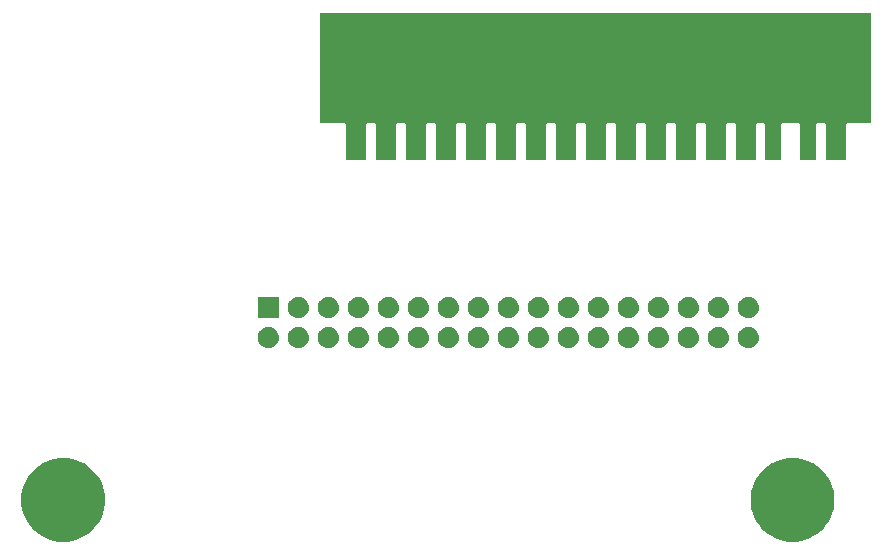
<source format=gbr>
G04 #@! TF.GenerationSoftware,KiCad,Pcbnew,7.0.7*
G04 #@! TF.CreationDate,2023-11-12T13:18:29+03:00*
G04 #@! TF.ProjectId,floppy-adapter-4,666c6f70-7079-42d6-9164-61707465722d,rev?*
G04 #@! TF.SameCoordinates,Original*
G04 #@! TF.FileFunction,Soldermask,Bot*
G04 #@! TF.FilePolarity,Negative*
%FSLAX46Y46*%
G04 Gerber Fmt 4.6, Leading zero omitted, Abs format (unit mm)*
G04 Created by KiCad (PCBNEW 7.0.7) date 2023-11-12 13:18:29*
%MOMM*%
%LPD*%
G01*
G04 APERTURE LIST*
G04 APERTURE END LIST*
G36*
X136971181Y-111268453D02*
G01*
X137338294Y-111326598D01*
X137697319Y-111422798D01*
X138044322Y-111556000D01*
X138375500Y-111724744D01*
X138687225Y-111927181D01*
X138976083Y-112161093D01*
X139238907Y-112423917D01*
X139472819Y-112712775D01*
X139675256Y-113024500D01*
X139844000Y-113355678D01*
X139977202Y-113702681D01*
X140073402Y-114061706D01*
X140131547Y-114428819D01*
X140151000Y-114800000D01*
X140131547Y-115171181D01*
X140073402Y-115538294D01*
X139977202Y-115897319D01*
X139844000Y-116244322D01*
X139675256Y-116575500D01*
X139472819Y-116887225D01*
X139238907Y-117176083D01*
X138976083Y-117438907D01*
X138687225Y-117672819D01*
X138375500Y-117875256D01*
X138044322Y-118044000D01*
X137697319Y-118177202D01*
X137338294Y-118273402D01*
X136971181Y-118331547D01*
X136600000Y-118351000D01*
X136228819Y-118331547D01*
X135861706Y-118273402D01*
X135502681Y-118177202D01*
X135155678Y-118044000D01*
X134824500Y-117875256D01*
X134512775Y-117672819D01*
X134223917Y-117438907D01*
X133961093Y-117176083D01*
X133727181Y-116887225D01*
X133524744Y-116575500D01*
X133356000Y-116244322D01*
X133222798Y-115897319D01*
X133126598Y-115538294D01*
X133068453Y-115171181D01*
X133049000Y-114800000D01*
X133068453Y-114428819D01*
X133126598Y-114061706D01*
X133222798Y-113702681D01*
X133356000Y-113355678D01*
X133524744Y-113024500D01*
X133727181Y-112712775D01*
X133961093Y-112423917D01*
X134223917Y-112161093D01*
X134512775Y-111927181D01*
X134824500Y-111724744D01*
X135155678Y-111556000D01*
X135502681Y-111422798D01*
X135861706Y-111326598D01*
X136228819Y-111268453D01*
X136600000Y-111249000D01*
X136971181Y-111268453D01*
G37*
G36*
X198721181Y-111268453D02*
G01*
X199088294Y-111326598D01*
X199447319Y-111422798D01*
X199794322Y-111556000D01*
X200125500Y-111724744D01*
X200437225Y-111927181D01*
X200726083Y-112161093D01*
X200988907Y-112423917D01*
X201222819Y-112712775D01*
X201425256Y-113024500D01*
X201594000Y-113355678D01*
X201727202Y-113702681D01*
X201823402Y-114061706D01*
X201881547Y-114428819D01*
X201901000Y-114800000D01*
X201881547Y-115171181D01*
X201823402Y-115538294D01*
X201727202Y-115897319D01*
X201594000Y-116244322D01*
X201425256Y-116575500D01*
X201222819Y-116887225D01*
X200988907Y-117176083D01*
X200726083Y-117438907D01*
X200437225Y-117672819D01*
X200125500Y-117875256D01*
X199794322Y-118044000D01*
X199447319Y-118177202D01*
X199088294Y-118273402D01*
X198721181Y-118331547D01*
X198350000Y-118351000D01*
X197978819Y-118331547D01*
X197611706Y-118273402D01*
X197252681Y-118177202D01*
X196905678Y-118044000D01*
X196574500Y-117875256D01*
X196262775Y-117672819D01*
X195973917Y-117438907D01*
X195711093Y-117176083D01*
X195477181Y-116887225D01*
X195274744Y-116575500D01*
X195106000Y-116244322D01*
X194972798Y-115897319D01*
X194876598Y-115538294D01*
X194818453Y-115171181D01*
X194799000Y-114800000D01*
X194818453Y-114428819D01*
X194876598Y-114061706D01*
X194972798Y-113702681D01*
X195106000Y-113355678D01*
X195274744Y-113024500D01*
X195477181Y-112712775D01*
X195711093Y-112423917D01*
X195973917Y-112161093D01*
X196262775Y-111927181D01*
X196574500Y-111724744D01*
X196905678Y-111556000D01*
X197252681Y-111422798D01*
X197611706Y-111326598D01*
X197978819Y-111268453D01*
X198350000Y-111249000D01*
X198721181Y-111268453D01*
G37*
G36*
X154003983Y-100153936D02*
G01*
X154054180Y-100153936D01*
X154097524Y-100163149D01*
X154135659Y-100166905D01*
X154183566Y-100181437D01*
X154238424Y-100193098D01*
X154273530Y-100208728D01*
X154304566Y-100218143D01*
X154353884Y-100244504D01*
X154410500Y-100269711D01*
X154436822Y-100288835D01*
X154460232Y-100301348D01*
X154507988Y-100340540D01*
X154562887Y-100380427D01*
X154580711Y-100400223D01*
X154596675Y-100413324D01*
X154639572Y-100465594D01*
X154688924Y-100520405D01*
X154699292Y-100538363D01*
X154708651Y-100549767D01*
X154743273Y-100614542D01*
X154783104Y-100683530D01*
X154787685Y-100697630D01*
X154791856Y-100705433D01*
X154814852Y-100781242D01*
X154841311Y-100862672D01*
X154842242Y-100871532D01*
X154843094Y-100874340D01*
X154851385Y-100958520D01*
X154861000Y-101050000D01*
X154851382Y-101141501D01*
X154843094Y-101225659D01*
X154842242Y-101228466D01*
X154841311Y-101237328D01*
X154814848Y-101318771D01*
X154791856Y-101394566D01*
X154787686Y-101402366D01*
X154783104Y-101416470D01*
X154743266Y-101485470D01*
X154708651Y-101550232D01*
X154699294Y-101561633D01*
X154688924Y-101579595D01*
X154639563Y-101634415D01*
X154596675Y-101686675D01*
X154580714Y-101699773D01*
X154562887Y-101719573D01*
X154507977Y-101759467D01*
X154460232Y-101798651D01*
X154436827Y-101811161D01*
X154410500Y-101830289D01*
X154353873Y-101855500D01*
X154304566Y-101881856D01*
X154273537Y-101891268D01*
X154238424Y-101906902D01*
X154183555Y-101918564D01*
X154135659Y-101933094D01*
X154097533Y-101936849D01*
X154054180Y-101946064D01*
X154003972Y-101946064D01*
X153959999Y-101950395D01*
X153916026Y-101946064D01*
X153865820Y-101946064D01*
X153822467Y-101936849D01*
X153784340Y-101933094D01*
X153736441Y-101918563D01*
X153681576Y-101906902D01*
X153646464Y-101891269D01*
X153615433Y-101881856D01*
X153566120Y-101855498D01*
X153509500Y-101830289D01*
X153483175Y-101811163D01*
X153459767Y-101798651D01*
X153412013Y-101759460D01*
X153357113Y-101719573D01*
X153339287Y-101699776D01*
X153323324Y-101686675D01*
X153280425Y-101634402D01*
X153231076Y-101579595D01*
X153220708Y-101561637D01*
X153211348Y-101550232D01*
X153176719Y-101485447D01*
X153136896Y-101416470D01*
X153132315Y-101402371D01*
X153128143Y-101394566D01*
X153105136Y-101318725D01*
X153078689Y-101237328D01*
X153077758Y-101228471D01*
X153076905Y-101225659D01*
X153068601Y-101141349D01*
X153059000Y-101050000D01*
X153068598Y-100958672D01*
X153076905Y-100874340D01*
X153077758Y-100871527D01*
X153078689Y-100862672D01*
X153105132Y-100781288D01*
X153128143Y-100705433D01*
X153132315Y-100697626D01*
X153136896Y-100683530D01*
X153176712Y-100614565D01*
X153211348Y-100549767D01*
X153220710Y-100538359D01*
X153231076Y-100520405D01*
X153280416Y-100465607D01*
X153323324Y-100413324D01*
X153339291Y-100400219D01*
X153357113Y-100380427D01*
X153412002Y-100340546D01*
X153459767Y-100301348D01*
X153483180Y-100288833D01*
X153509500Y-100269711D01*
X153566109Y-100244506D01*
X153615433Y-100218143D01*
X153646471Y-100208727D01*
X153681576Y-100193098D01*
X153736430Y-100181438D01*
X153784340Y-100166905D01*
X153822476Y-100163148D01*
X153865820Y-100153936D01*
X153916016Y-100153936D01*
X153959999Y-100149604D01*
X154003983Y-100153936D01*
G37*
G36*
X156543983Y-100153936D02*
G01*
X156594180Y-100153936D01*
X156637524Y-100163149D01*
X156675659Y-100166905D01*
X156723566Y-100181437D01*
X156778424Y-100193098D01*
X156813530Y-100208728D01*
X156844566Y-100218143D01*
X156893884Y-100244504D01*
X156950500Y-100269711D01*
X156976822Y-100288835D01*
X157000232Y-100301348D01*
X157047988Y-100340540D01*
X157102887Y-100380427D01*
X157120711Y-100400223D01*
X157136675Y-100413324D01*
X157179572Y-100465594D01*
X157228924Y-100520405D01*
X157239292Y-100538363D01*
X157248651Y-100549767D01*
X157283273Y-100614542D01*
X157323104Y-100683530D01*
X157327685Y-100697630D01*
X157331856Y-100705433D01*
X157354852Y-100781242D01*
X157381311Y-100862672D01*
X157382242Y-100871532D01*
X157383094Y-100874340D01*
X157391385Y-100958520D01*
X157401000Y-101050000D01*
X157391382Y-101141501D01*
X157383094Y-101225659D01*
X157382242Y-101228466D01*
X157381311Y-101237328D01*
X157354848Y-101318771D01*
X157331856Y-101394566D01*
X157327686Y-101402366D01*
X157323104Y-101416470D01*
X157283266Y-101485470D01*
X157248651Y-101550232D01*
X157239294Y-101561633D01*
X157228924Y-101579595D01*
X157179563Y-101634415D01*
X157136675Y-101686675D01*
X157120714Y-101699773D01*
X157102887Y-101719573D01*
X157047977Y-101759467D01*
X157000232Y-101798651D01*
X156976827Y-101811161D01*
X156950500Y-101830289D01*
X156893873Y-101855500D01*
X156844566Y-101881856D01*
X156813537Y-101891268D01*
X156778424Y-101906902D01*
X156723555Y-101918564D01*
X156675659Y-101933094D01*
X156637533Y-101936849D01*
X156594180Y-101946064D01*
X156543972Y-101946064D01*
X156499999Y-101950395D01*
X156456026Y-101946064D01*
X156405820Y-101946064D01*
X156362467Y-101936849D01*
X156324340Y-101933094D01*
X156276441Y-101918563D01*
X156221576Y-101906902D01*
X156186464Y-101891269D01*
X156155433Y-101881856D01*
X156106120Y-101855498D01*
X156049500Y-101830289D01*
X156023175Y-101811163D01*
X155999767Y-101798651D01*
X155952013Y-101759460D01*
X155897113Y-101719573D01*
X155879287Y-101699776D01*
X155863324Y-101686675D01*
X155820425Y-101634402D01*
X155771076Y-101579595D01*
X155760708Y-101561637D01*
X155751348Y-101550232D01*
X155716719Y-101485447D01*
X155676896Y-101416470D01*
X155672315Y-101402371D01*
X155668143Y-101394566D01*
X155645136Y-101318725D01*
X155618689Y-101237328D01*
X155617758Y-101228471D01*
X155616905Y-101225659D01*
X155608601Y-101141349D01*
X155599000Y-101050000D01*
X155608598Y-100958672D01*
X155616905Y-100874340D01*
X155617758Y-100871527D01*
X155618689Y-100862672D01*
X155645132Y-100781288D01*
X155668143Y-100705433D01*
X155672315Y-100697626D01*
X155676896Y-100683530D01*
X155716712Y-100614565D01*
X155751348Y-100549767D01*
X155760710Y-100538359D01*
X155771076Y-100520405D01*
X155820416Y-100465607D01*
X155863324Y-100413324D01*
X155879291Y-100400219D01*
X155897113Y-100380427D01*
X155952002Y-100340546D01*
X155999767Y-100301348D01*
X156023180Y-100288833D01*
X156049500Y-100269711D01*
X156106109Y-100244506D01*
X156155433Y-100218143D01*
X156186471Y-100208727D01*
X156221576Y-100193098D01*
X156276430Y-100181438D01*
X156324340Y-100166905D01*
X156362476Y-100163148D01*
X156405820Y-100153936D01*
X156456016Y-100153936D01*
X156499999Y-100149604D01*
X156543983Y-100153936D01*
G37*
G36*
X159083983Y-100153936D02*
G01*
X159134180Y-100153936D01*
X159177524Y-100163149D01*
X159215659Y-100166905D01*
X159263566Y-100181437D01*
X159318424Y-100193098D01*
X159353530Y-100208728D01*
X159384566Y-100218143D01*
X159433884Y-100244504D01*
X159490500Y-100269711D01*
X159516822Y-100288835D01*
X159540232Y-100301348D01*
X159587988Y-100340540D01*
X159642887Y-100380427D01*
X159660711Y-100400223D01*
X159676675Y-100413324D01*
X159719572Y-100465594D01*
X159768924Y-100520405D01*
X159779292Y-100538363D01*
X159788651Y-100549767D01*
X159823273Y-100614542D01*
X159863104Y-100683530D01*
X159867685Y-100697630D01*
X159871856Y-100705433D01*
X159894852Y-100781242D01*
X159921311Y-100862672D01*
X159922242Y-100871532D01*
X159923094Y-100874340D01*
X159931385Y-100958520D01*
X159941000Y-101050000D01*
X159931382Y-101141501D01*
X159923094Y-101225659D01*
X159922242Y-101228466D01*
X159921311Y-101237328D01*
X159894848Y-101318771D01*
X159871856Y-101394566D01*
X159867686Y-101402366D01*
X159863104Y-101416470D01*
X159823266Y-101485470D01*
X159788651Y-101550232D01*
X159779294Y-101561633D01*
X159768924Y-101579595D01*
X159719563Y-101634415D01*
X159676675Y-101686675D01*
X159660714Y-101699773D01*
X159642887Y-101719573D01*
X159587977Y-101759467D01*
X159540232Y-101798651D01*
X159516827Y-101811161D01*
X159490500Y-101830289D01*
X159433873Y-101855500D01*
X159384566Y-101881856D01*
X159353537Y-101891268D01*
X159318424Y-101906902D01*
X159263555Y-101918564D01*
X159215659Y-101933094D01*
X159177532Y-101936849D01*
X159134180Y-101946064D01*
X159083973Y-101946064D01*
X159040000Y-101950395D01*
X158996027Y-101946064D01*
X158945820Y-101946064D01*
X158902467Y-101936849D01*
X158864340Y-101933094D01*
X158816441Y-101918563D01*
X158761576Y-101906902D01*
X158726464Y-101891269D01*
X158695433Y-101881856D01*
X158646120Y-101855498D01*
X158589500Y-101830289D01*
X158563175Y-101811163D01*
X158539767Y-101798651D01*
X158492013Y-101759460D01*
X158437113Y-101719573D01*
X158419287Y-101699776D01*
X158403324Y-101686675D01*
X158360425Y-101634402D01*
X158311076Y-101579595D01*
X158300708Y-101561637D01*
X158291348Y-101550232D01*
X158256719Y-101485447D01*
X158216896Y-101416470D01*
X158212315Y-101402371D01*
X158208143Y-101394566D01*
X158185136Y-101318725D01*
X158158689Y-101237328D01*
X158157758Y-101228471D01*
X158156905Y-101225659D01*
X158148601Y-101141349D01*
X158139000Y-101050000D01*
X158148598Y-100958672D01*
X158156905Y-100874340D01*
X158157758Y-100871527D01*
X158158689Y-100862672D01*
X158185132Y-100781288D01*
X158208143Y-100705433D01*
X158212315Y-100697626D01*
X158216896Y-100683530D01*
X158256712Y-100614565D01*
X158291348Y-100549767D01*
X158300710Y-100538359D01*
X158311076Y-100520405D01*
X158360416Y-100465607D01*
X158403324Y-100413324D01*
X158419291Y-100400219D01*
X158437113Y-100380427D01*
X158492002Y-100340546D01*
X158539767Y-100301348D01*
X158563180Y-100288833D01*
X158589500Y-100269711D01*
X158646109Y-100244506D01*
X158695433Y-100218143D01*
X158726471Y-100208727D01*
X158761576Y-100193098D01*
X158816430Y-100181438D01*
X158864340Y-100166905D01*
X158902476Y-100163148D01*
X158945820Y-100153936D01*
X158996016Y-100153936D01*
X159040000Y-100149604D01*
X159083983Y-100153936D01*
G37*
G36*
X161623983Y-100153936D02*
G01*
X161674180Y-100153936D01*
X161717524Y-100163149D01*
X161755659Y-100166905D01*
X161803566Y-100181437D01*
X161858424Y-100193098D01*
X161893530Y-100208728D01*
X161924566Y-100218143D01*
X161973884Y-100244504D01*
X162030500Y-100269711D01*
X162056822Y-100288835D01*
X162080232Y-100301348D01*
X162127988Y-100340540D01*
X162182887Y-100380427D01*
X162200711Y-100400223D01*
X162216675Y-100413324D01*
X162259572Y-100465594D01*
X162308924Y-100520405D01*
X162319292Y-100538363D01*
X162328651Y-100549767D01*
X162363273Y-100614542D01*
X162403104Y-100683530D01*
X162407685Y-100697630D01*
X162411856Y-100705433D01*
X162434852Y-100781242D01*
X162461311Y-100862672D01*
X162462242Y-100871532D01*
X162463094Y-100874340D01*
X162471385Y-100958520D01*
X162481000Y-101050000D01*
X162471382Y-101141501D01*
X162463094Y-101225659D01*
X162462242Y-101228466D01*
X162461311Y-101237328D01*
X162434848Y-101318771D01*
X162411856Y-101394566D01*
X162407686Y-101402366D01*
X162403104Y-101416470D01*
X162363266Y-101485470D01*
X162328651Y-101550232D01*
X162319294Y-101561633D01*
X162308924Y-101579595D01*
X162259563Y-101634415D01*
X162216675Y-101686675D01*
X162200714Y-101699773D01*
X162182887Y-101719573D01*
X162127977Y-101759467D01*
X162080232Y-101798651D01*
X162056827Y-101811161D01*
X162030500Y-101830289D01*
X161973873Y-101855500D01*
X161924566Y-101881856D01*
X161893537Y-101891268D01*
X161858424Y-101906902D01*
X161803555Y-101918564D01*
X161755659Y-101933094D01*
X161717532Y-101936849D01*
X161674180Y-101946064D01*
X161623973Y-101946064D01*
X161580000Y-101950395D01*
X161536027Y-101946064D01*
X161485820Y-101946064D01*
X161442467Y-101936849D01*
X161404340Y-101933094D01*
X161356441Y-101918563D01*
X161301576Y-101906902D01*
X161266464Y-101891269D01*
X161235433Y-101881856D01*
X161186120Y-101855498D01*
X161129500Y-101830289D01*
X161103175Y-101811163D01*
X161079767Y-101798651D01*
X161032013Y-101759460D01*
X160977113Y-101719573D01*
X160959287Y-101699776D01*
X160943324Y-101686675D01*
X160900425Y-101634402D01*
X160851076Y-101579595D01*
X160840708Y-101561637D01*
X160831348Y-101550232D01*
X160796719Y-101485447D01*
X160756896Y-101416470D01*
X160752315Y-101402371D01*
X160748143Y-101394566D01*
X160725136Y-101318725D01*
X160698689Y-101237328D01*
X160697758Y-101228471D01*
X160696905Y-101225659D01*
X160688601Y-101141349D01*
X160679000Y-101050000D01*
X160688598Y-100958672D01*
X160696905Y-100874340D01*
X160697758Y-100871527D01*
X160698689Y-100862672D01*
X160725132Y-100781288D01*
X160748143Y-100705433D01*
X160752315Y-100697626D01*
X160756896Y-100683530D01*
X160796712Y-100614565D01*
X160831348Y-100549767D01*
X160840710Y-100538359D01*
X160851076Y-100520405D01*
X160900416Y-100465607D01*
X160943324Y-100413324D01*
X160959291Y-100400219D01*
X160977113Y-100380427D01*
X161032002Y-100340546D01*
X161079767Y-100301348D01*
X161103180Y-100288833D01*
X161129500Y-100269711D01*
X161186109Y-100244506D01*
X161235433Y-100218143D01*
X161266471Y-100208727D01*
X161301576Y-100193098D01*
X161356430Y-100181438D01*
X161404340Y-100166905D01*
X161442476Y-100163148D01*
X161485820Y-100153936D01*
X161536016Y-100153936D01*
X161580000Y-100149604D01*
X161623983Y-100153936D01*
G37*
G36*
X164163983Y-100153936D02*
G01*
X164214180Y-100153936D01*
X164257524Y-100163149D01*
X164295659Y-100166905D01*
X164343566Y-100181437D01*
X164398424Y-100193098D01*
X164433530Y-100208728D01*
X164464566Y-100218143D01*
X164513884Y-100244504D01*
X164570500Y-100269711D01*
X164596822Y-100288835D01*
X164620232Y-100301348D01*
X164667988Y-100340540D01*
X164722887Y-100380427D01*
X164740711Y-100400223D01*
X164756675Y-100413324D01*
X164799572Y-100465594D01*
X164848924Y-100520405D01*
X164859292Y-100538363D01*
X164868651Y-100549767D01*
X164903273Y-100614542D01*
X164943104Y-100683530D01*
X164947685Y-100697630D01*
X164951856Y-100705433D01*
X164974852Y-100781242D01*
X165001311Y-100862672D01*
X165002242Y-100871532D01*
X165003094Y-100874340D01*
X165011385Y-100958520D01*
X165021000Y-101050000D01*
X165011382Y-101141501D01*
X165003094Y-101225659D01*
X165002242Y-101228466D01*
X165001311Y-101237328D01*
X164974848Y-101318771D01*
X164951856Y-101394566D01*
X164947686Y-101402366D01*
X164943104Y-101416470D01*
X164903266Y-101485470D01*
X164868651Y-101550232D01*
X164859294Y-101561633D01*
X164848924Y-101579595D01*
X164799563Y-101634415D01*
X164756675Y-101686675D01*
X164740714Y-101699773D01*
X164722887Y-101719573D01*
X164667977Y-101759467D01*
X164620232Y-101798651D01*
X164596827Y-101811161D01*
X164570500Y-101830289D01*
X164513873Y-101855500D01*
X164464566Y-101881856D01*
X164433537Y-101891268D01*
X164398424Y-101906902D01*
X164343555Y-101918564D01*
X164295659Y-101933094D01*
X164257532Y-101936849D01*
X164214180Y-101946064D01*
X164163973Y-101946064D01*
X164120000Y-101950395D01*
X164076027Y-101946064D01*
X164025820Y-101946064D01*
X163982467Y-101936849D01*
X163944340Y-101933094D01*
X163896441Y-101918563D01*
X163841576Y-101906902D01*
X163806464Y-101891269D01*
X163775433Y-101881856D01*
X163726120Y-101855498D01*
X163669500Y-101830289D01*
X163643175Y-101811163D01*
X163619767Y-101798651D01*
X163572013Y-101759460D01*
X163517113Y-101719573D01*
X163499287Y-101699776D01*
X163483324Y-101686675D01*
X163440425Y-101634402D01*
X163391076Y-101579595D01*
X163380708Y-101561637D01*
X163371348Y-101550232D01*
X163336719Y-101485447D01*
X163296896Y-101416470D01*
X163292315Y-101402371D01*
X163288143Y-101394566D01*
X163265136Y-101318725D01*
X163238689Y-101237328D01*
X163237758Y-101228471D01*
X163236905Y-101225659D01*
X163228601Y-101141349D01*
X163219000Y-101050000D01*
X163228598Y-100958672D01*
X163236905Y-100874340D01*
X163237758Y-100871527D01*
X163238689Y-100862672D01*
X163265132Y-100781288D01*
X163288143Y-100705433D01*
X163292315Y-100697626D01*
X163296896Y-100683530D01*
X163336712Y-100614565D01*
X163371348Y-100549767D01*
X163380710Y-100538359D01*
X163391076Y-100520405D01*
X163440416Y-100465607D01*
X163483324Y-100413324D01*
X163499291Y-100400219D01*
X163517113Y-100380427D01*
X163572002Y-100340546D01*
X163619767Y-100301348D01*
X163643180Y-100288833D01*
X163669500Y-100269711D01*
X163726109Y-100244506D01*
X163775433Y-100218143D01*
X163806471Y-100208727D01*
X163841576Y-100193098D01*
X163896430Y-100181438D01*
X163944340Y-100166905D01*
X163982476Y-100163148D01*
X164025820Y-100153936D01*
X164076016Y-100153936D01*
X164120000Y-100149604D01*
X164163983Y-100153936D01*
G37*
G36*
X166703983Y-100153936D02*
G01*
X166754180Y-100153936D01*
X166797524Y-100163149D01*
X166835659Y-100166905D01*
X166883566Y-100181437D01*
X166938424Y-100193098D01*
X166973530Y-100208728D01*
X167004566Y-100218143D01*
X167053884Y-100244504D01*
X167110500Y-100269711D01*
X167136822Y-100288835D01*
X167160232Y-100301348D01*
X167207988Y-100340540D01*
X167262887Y-100380427D01*
X167280711Y-100400223D01*
X167296675Y-100413324D01*
X167339572Y-100465594D01*
X167388924Y-100520405D01*
X167399292Y-100538363D01*
X167408651Y-100549767D01*
X167443273Y-100614542D01*
X167483104Y-100683530D01*
X167487685Y-100697630D01*
X167491856Y-100705433D01*
X167514852Y-100781242D01*
X167541311Y-100862672D01*
X167542242Y-100871532D01*
X167543094Y-100874340D01*
X167551385Y-100958520D01*
X167561000Y-101050000D01*
X167551382Y-101141501D01*
X167543094Y-101225659D01*
X167542242Y-101228466D01*
X167541311Y-101237328D01*
X167514848Y-101318771D01*
X167491856Y-101394566D01*
X167487686Y-101402366D01*
X167483104Y-101416470D01*
X167443266Y-101485470D01*
X167408651Y-101550232D01*
X167399294Y-101561633D01*
X167388924Y-101579595D01*
X167339563Y-101634415D01*
X167296675Y-101686675D01*
X167280714Y-101699773D01*
X167262887Y-101719573D01*
X167207977Y-101759467D01*
X167160232Y-101798651D01*
X167136827Y-101811161D01*
X167110500Y-101830289D01*
X167053873Y-101855500D01*
X167004566Y-101881856D01*
X166973537Y-101891268D01*
X166938424Y-101906902D01*
X166883555Y-101918564D01*
X166835659Y-101933094D01*
X166797532Y-101936849D01*
X166754180Y-101946064D01*
X166703973Y-101946064D01*
X166660000Y-101950395D01*
X166616027Y-101946064D01*
X166565820Y-101946064D01*
X166522467Y-101936849D01*
X166484340Y-101933094D01*
X166436441Y-101918563D01*
X166381576Y-101906902D01*
X166346464Y-101891269D01*
X166315433Y-101881856D01*
X166266120Y-101855498D01*
X166209500Y-101830289D01*
X166183175Y-101811163D01*
X166159767Y-101798651D01*
X166112013Y-101759460D01*
X166057113Y-101719573D01*
X166039287Y-101699776D01*
X166023324Y-101686675D01*
X165980425Y-101634402D01*
X165931076Y-101579595D01*
X165920708Y-101561637D01*
X165911348Y-101550232D01*
X165876719Y-101485447D01*
X165836896Y-101416470D01*
X165832315Y-101402371D01*
X165828143Y-101394566D01*
X165805136Y-101318725D01*
X165778689Y-101237328D01*
X165777758Y-101228471D01*
X165776905Y-101225659D01*
X165768601Y-101141349D01*
X165759000Y-101050000D01*
X165768598Y-100958672D01*
X165776905Y-100874340D01*
X165777758Y-100871527D01*
X165778689Y-100862672D01*
X165805132Y-100781288D01*
X165828143Y-100705433D01*
X165832315Y-100697626D01*
X165836896Y-100683530D01*
X165876712Y-100614565D01*
X165911348Y-100549767D01*
X165920710Y-100538359D01*
X165931076Y-100520405D01*
X165980416Y-100465607D01*
X166023324Y-100413324D01*
X166039291Y-100400219D01*
X166057113Y-100380427D01*
X166112002Y-100340546D01*
X166159767Y-100301348D01*
X166183180Y-100288833D01*
X166209500Y-100269711D01*
X166266109Y-100244506D01*
X166315433Y-100218143D01*
X166346471Y-100208727D01*
X166381576Y-100193098D01*
X166436430Y-100181438D01*
X166484340Y-100166905D01*
X166522476Y-100163148D01*
X166565820Y-100153936D01*
X166616016Y-100153936D01*
X166660000Y-100149604D01*
X166703983Y-100153936D01*
G37*
G36*
X169243983Y-100153936D02*
G01*
X169294180Y-100153936D01*
X169337524Y-100163149D01*
X169375659Y-100166905D01*
X169423566Y-100181437D01*
X169478424Y-100193098D01*
X169513530Y-100208728D01*
X169544566Y-100218143D01*
X169593884Y-100244504D01*
X169650500Y-100269711D01*
X169676822Y-100288835D01*
X169700232Y-100301348D01*
X169747988Y-100340540D01*
X169802887Y-100380427D01*
X169820711Y-100400223D01*
X169836675Y-100413324D01*
X169879572Y-100465594D01*
X169928924Y-100520405D01*
X169939292Y-100538363D01*
X169948651Y-100549767D01*
X169983273Y-100614542D01*
X170023104Y-100683530D01*
X170027685Y-100697630D01*
X170031856Y-100705433D01*
X170054852Y-100781242D01*
X170081311Y-100862672D01*
X170082242Y-100871532D01*
X170083094Y-100874340D01*
X170091384Y-100958513D01*
X170101000Y-101050000D01*
X170091383Y-101141494D01*
X170083094Y-101225659D01*
X170082242Y-101228466D01*
X170081311Y-101237328D01*
X170054848Y-101318771D01*
X170031856Y-101394566D01*
X170027686Y-101402366D01*
X170023104Y-101416470D01*
X169983266Y-101485470D01*
X169948651Y-101550232D01*
X169939294Y-101561633D01*
X169928924Y-101579595D01*
X169879563Y-101634415D01*
X169836675Y-101686675D01*
X169820714Y-101699773D01*
X169802887Y-101719573D01*
X169747977Y-101759467D01*
X169700232Y-101798651D01*
X169676827Y-101811161D01*
X169650500Y-101830289D01*
X169593873Y-101855500D01*
X169544566Y-101881856D01*
X169513537Y-101891268D01*
X169478424Y-101906902D01*
X169423555Y-101918564D01*
X169375659Y-101933094D01*
X169337532Y-101936849D01*
X169294180Y-101946064D01*
X169243973Y-101946064D01*
X169200000Y-101950395D01*
X169156027Y-101946064D01*
X169105820Y-101946064D01*
X169062467Y-101936849D01*
X169024340Y-101933094D01*
X168976441Y-101918563D01*
X168921576Y-101906902D01*
X168886464Y-101891269D01*
X168855433Y-101881856D01*
X168806120Y-101855498D01*
X168749500Y-101830289D01*
X168723175Y-101811163D01*
X168699767Y-101798651D01*
X168652013Y-101759460D01*
X168597113Y-101719573D01*
X168579287Y-101699776D01*
X168563324Y-101686675D01*
X168520425Y-101634402D01*
X168471076Y-101579595D01*
X168460708Y-101561637D01*
X168451348Y-101550232D01*
X168416719Y-101485447D01*
X168376896Y-101416470D01*
X168372315Y-101402371D01*
X168368143Y-101394566D01*
X168345136Y-101318725D01*
X168318689Y-101237328D01*
X168317758Y-101228471D01*
X168316905Y-101225659D01*
X168308600Y-101141342D01*
X168299000Y-101050000D01*
X168308599Y-100958664D01*
X168316905Y-100874340D01*
X168317758Y-100871527D01*
X168318689Y-100862672D01*
X168345132Y-100781288D01*
X168368143Y-100705433D01*
X168372315Y-100697626D01*
X168376896Y-100683530D01*
X168416712Y-100614565D01*
X168451348Y-100549767D01*
X168460710Y-100538359D01*
X168471076Y-100520405D01*
X168520416Y-100465607D01*
X168563324Y-100413324D01*
X168579291Y-100400219D01*
X168597113Y-100380427D01*
X168652002Y-100340546D01*
X168699767Y-100301348D01*
X168723180Y-100288833D01*
X168749500Y-100269711D01*
X168806109Y-100244506D01*
X168855433Y-100218143D01*
X168886471Y-100208727D01*
X168921576Y-100193098D01*
X168976430Y-100181438D01*
X169024340Y-100166905D01*
X169062476Y-100163148D01*
X169105820Y-100153936D01*
X169156016Y-100153936D01*
X169200000Y-100149604D01*
X169243983Y-100153936D01*
G37*
G36*
X171783983Y-100153936D02*
G01*
X171834180Y-100153936D01*
X171877524Y-100163149D01*
X171915659Y-100166905D01*
X171963566Y-100181437D01*
X172018424Y-100193098D01*
X172053530Y-100208728D01*
X172084566Y-100218143D01*
X172133884Y-100244504D01*
X172190500Y-100269711D01*
X172216822Y-100288835D01*
X172240232Y-100301348D01*
X172287988Y-100340540D01*
X172342887Y-100380427D01*
X172360711Y-100400223D01*
X172376675Y-100413324D01*
X172419572Y-100465594D01*
X172468924Y-100520405D01*
X172479292Y-100538363D01*
X172488651Y-100549767D01*
X172523273Y-100614542D01*
X172563104Y-100683530D01*
X172567685Y-100697630D01*
X172571856Y-100705433D01*
X172594852Y-100781242D01*
X172621311Y-100862672D01*
X172622242Y-100871532D01*
X172623094Y-100874340D01*
X172631385Y-100958520D01*
X172641000Y-101050000D01*
X172631382Y-101141501D01*
X172623094Y-101225659D01*
X172622242Y-101228466D01*
X172621311Y-101237328D01*
X172594848Y-101318771D01*
X172571856Y-101394566D01*
X172567686Y-101402366D01*
X172563104Y-101416470D01*
X172523266Y-101485470D01*
X172488651Y-101550232D01*
X172479294Y-101561633D01*
X172468924Y-101579595D01*
X172419563Y-101634415D01*
X172376675Y-101686675D01*
X172360714Y-101699773D01*
X172342887Y-101719573D01*
X172287977Y-101759467D01*
X172240232Y-101798651D01*
X172216827Y-101811161D01*
X172190500Y-101830289D01*
X172133873Y-101855500D01*
X172084566Y-101881856D01*
X172053537Y-101891268D01*
X172018424Y-101906902D01*
X171963555Y-101918564D01*
X171915659Y-101933094D01*
X171877533Y-101936849D01*
X171834180Y-101946064D01*
X171783972Y-101946064D01*
X171739999Y-101950395D01*
X171696026Y-101946064D01*
X171645820Y-101946064D01*
X171602467Y-101936849D01*
X171564340Y-101933094D01*
X171516441Y-101918563D01*
X171461576Y-101906902D01*
X171426464Y-101891269D01*
X171395433Y-101881856D01*
X171346120Y-101855498D01*
X171289500Y-101830289D01*
X171263175Y-101811163D01*
X171239767Y-101798651D01*
X171192013Y-101759460D01*
X171137113Y-101719573D01*
X171119287Y-101699776D01*
X171103324Y-101686675D01*
X171060425Y-101634402D01*
X171011076Y-101579595D01*
X171000708Y-101561637D01*
X170991348Y-101550232D01*
X170956719Y-101485447D01*
X170916896Y-101416470D01*
X170912315Y-101402371D01*
X170908143Y-101394566D01*
X170885136Y-101318725D01*
X170858689Y-101237328D01*
X170857758Y-101228471D01*
X170856905Y-101225659D01*
X170848601Y-101141349D01*
X170839000Y-101050000D01*
X170848598Y-100958672D01*
X170856905Y-100874340D01*
X170857758Y-100871527D01*
X170858689Y-100862672D01*
X170885132Y-100781288D01*
X170908143Y-100705433D01*
X170912315Y-100697626D01*
X170916896Y-100683530D01*
X170956712Y-100614565D01*
X170991348Y-100549767D01*
X171000710Y-100538359D01*
X171011076Y-100520405D01*
X171060416Y-100465607D01*
X171103324Y-100413324D01*
X171119291Y-100400219D01*
X171137113Y-100380427D01*
X171192002Y-100340546D01*
X171239767Y-100301348D01*
X171263180Y-100288833D01*
X171289500Y-100269711D01*
X171346109Y-100244506D01*
X171395433Y-100218143D01*
X171426471Y-100208727D01*
X171461576Y-100193098D01*
X171516430Y-100181438D01*
X171564340Y-100166905D01*
X171602476Y-100163148D01*
X171645820Y-100153936D01*
X171696016Y-100153936D01*
X171739999Y-100149604D01*
X171783983Y-100153936D01*
G37*
G36*
X174323983Y-100153936D02*
G01*
X174374180Y-100153936D01*
X174417524Y-100163149D01*
X174455659Y-100166905D01*
X174503566Y-100181437D01*
X174558424Y-100193098D01*
X174593530Y-100208728D01*
X174624566Y-100218143D01*
X174673884Y-100244504D01*
X174730500Y-100269711D01*
X174756822Y-100288835D01*
X174780232Y-100301348D01*
X174827988Y-100340540D01*
X174882887Y-100380427D01*
X174900711Y-100400223D01*
X174916675Y-100413324D01*
X174959572Y-100465594D01*
X175008924Y-100520405D01*
X175019292Y-100538363D01*
X175028651Y-100549767D01*
X175063273Y-100614542D01*
X175103104Y-100683530D01*
X175107685Y-100697630D01*
X175111856Y-100705433D01*
X175134852Y-100781242D01*
X175161311Y-100862672D01*
X175162242Y-100871532D01*
X175163094Y-100874340D01*
X175171385Y-100958520D01*
X175181000Y-101050000D01*
X175171382Y-101141501D01*
X175163094Y-101225659D01*
X175162242Y-101228466D01*
X175161311Y-101237328D01*
X175134848Y-101318771D01*
X175111856Y-101394566D01*
X175107686Y-101402366D01*
X175103104Y-101416470D01*
X175063266Y-101485470D01*
X175028651Y-101550232D01*
X175019294Y-101561633D01*
X175008924Y-101579595D01*
X174959563Y-101634415D01*
X174916675Y-101686675D01*
X174900714Y-101699773D01*
X174882887Y-101719573D01*
X174827977Y-101759467D01*
X174780232Y-101798651D01*
X174756827Y-101811161D01*
X174730500Y-101830289D01*
X174673873Y-101855500D01*
X174624566Y-101881856D01*
X174593537Y-101891268D01*
X174558424Y-101906902D01*
X174503555Y-101918564D01*
X174455659Y-101933094D01*
X174417533Y-101936849D01*
X174374180Y-101946064D01*
X174323972Y-101946064D01*
X174279999Y-101950395D01*
X174236026Y-101946064D01*
X174185820Y-101946064D01*
X174142467Y-101936849D01*
X174104340Y-101933094D01*
X174056441Y-101918563D01*
X174001576Y-101906902D01*
X173966464Y-101891269D01*
X173935433Y-101881856D01*
X173886120Y-101855498D01*
X173829500Y-101830289D01*
X173803175Y-101811163D01*
X173779767Y-101798651D01*
X173732013Y-101759460D01*
X173677113Y-101719573D01*
X173659287Y-101699776D01*
X173643324Y-101686675D01*
X173600425Y-101634402D01*
X173551076Y-101579595D01*
X173540708Y-101561637D01*
X173531348Y-101550232D01*
X173496719Y-101485447D01*
X173456896Y-101416470D01*
X173452315Y-101402371D01*
X173448143Y-101394566D01*
X173425136Y-101318725D01*
X173398689Y-101237328D01*
X173397758Y-101228471D01*
X173396905Y-101225659D01*
X173388601Y-101141349D01*
X173379000Y-101050000D01*
X173388598Y-100958672D01*
X173396905Y-100874340D01*
X173397758Y-100871527D01*
X173398689Y-100862672D01*
X173425132Y-100781288D01*
X173448143Y-100705433D01*
X173452315Y-100697626D01*
X173456896Y-100683530D01*
X173496712Y-100614565D01*
X173531348Y-100549767D01*
X173540710Y-100538359D01*
X173551076Y-100520405D01*
X173600416Y-100465607D01*
X173643324Y-100413324D01*
X173659291Y-100400219D01*
X173677113Y-100380427D01*
X173732002Y-100340546D01*
X173779767Y-100301348D01*
X173803180Y-100288833D01*
X173829500Y-100269711D01*
X173886109Y-100244506D01*
X173935433Y-100218143D01*
X173966471Y-100208727D01*
X174001576Y-100193098D01*
X174056430Y-100181438D01*
X174104340Y-100166905D01*
X174142476Y-100163148D01*
X174185820Y-100153936D01*
X174236016Y-100153936D01*
X174279999Y-100149604D01*
X174323983Y-100153936D01*
G37*
G36*
X176863983Y-100153936D02*
G01*
X176914180Y-100153936D01*
X176957524Y-100163149D01*
X176995659Y-100166905D01*
X177043566Y-100181437D01*
X177098424Y-100193098D01*
X177133530Y-100208728D01*
X177164566Y-100218143D01*
X177213884Y-100244504D01*
X177270500Y-100269711D01*
X177296822Y-100288835D01*
X177320232Y-100301348D01*
X177367988Y-100340540D01*
X177422887Y-100380427D01*
X177440711Y-100400223D01*
X177456675Y-100413324D01*
X177499572Y-100465594D01*
X177548924Y-100520405D01*
X177559292Y-100538363D01*
X177568651Y-100549767D01*
X177603273Y-100614542D01*
X177643104Y-100683530D01*
X177647685Y-100697630D01*
X177651856Y-100705433D01*
X177674852Y-100781242D01*
X177701311Y-100862672D01*
X177702242Y-100871532D01*
X177703094Y-100874340D01*
X177711385Y-100958520D01*
X177721000Y-101050000D01*
X177711382Y-101141501D01*
X177703094Y-101225659D01*
X177702242Y-101228466D01*
X177701311Y-101237328D01*
X177674848Y-101318771D01*
X177651856Y-101394566D01*
X177647686Y-101402366D01*
X177643104Y-101416470D01*
X177603266Y-101485470D01*
X177568651Y-101550232D01*
X177559294Y-101561633D01*
X177548924Y-101579595D01*
X177499563Y-101634415D01*
X177456675Y-101686675D01*
X177440714Y-101699773D01*
X177422887Y-101719573D01*
X177367977Y-101759467D01*
X177320232Y-101798651D01*
X177296827Y-101811161D01*
X177270500Y-101830289D01*
X177213873Y-101855500D01*
X177164566Y-101881856D01*
X177133537Y-101891268D01*
X177098424Y-101906902D01*
X177043555Y-101918564D01*
X176995659Y-101933094D01*
X176957533Y-101936849D01*
X176914180Y-101946064D01*
X176863972Y-101946064D01*
X176819999Y-101950395D01*
X176776026Y-101946064D01*
X176725820Y-101946064D01*
X176682467Y-101936849D01*
X176644340Y-101933094D01*
X176596441Y-101918563D01*
X176541576Y-101906902D01*
X176506464Y-101891269D01*
X176475433Y-101881856D01*
X176426120Y-101855498D01*
X176369500Y-101830289D01*
X176343175Y-101811163D01*
X176319767Y-101798651D01*
X176272013Y-101759460D01*
X176217113Y-101719573D01*
X176199287Y-101699776D01*
X176183324Y-101686675D01*
X176140425Y-101634402D01*
X176091076Y-101579595D01*
X176080708Y-101561637D01*
X176071348Y-101550232D01*
X176036719Y-101485447D01*
X175996896Y-101416470D01*
X175992315Y-101402371D01*
X175988143Y-101394566D01*
X175965136Y-101318725D01*
X175938689Y-101237328D01*
X175937758Y-101228471D01*
X175936905Y-101225659D01*
X175928601Y-101141349D01*
X175919000Y-101050000D01*
X175928598Y-100958672D01*
X175936905Y-100874340D01*
X175937758Y-100871527D01*
X175938689Y-100862672D01*
X175965132Y-100781288D01*
X175988143Y-100705433D01*
X175992315Y-100697626D01*
X175996896Y-100683530D01*
X176036712Y-100614565D01*
X176071348Y-100549767D01*
X176080710Y-100538359D01*
X176091076Y-100520405D01*
X176140416Y-100465607D01*
X176183324Y-100413324D01*
X176199291Y-100400219D01*
X176217113Y-100380427D01*
X176272002Y-100340546D01*
X176319767Y-100301348D01*
X176343180Y-100288833D01*
X176369500Y-100269711D01*
X176426109Y-100244506D01*
X176475433Y-100218143D01*
X176506471Y-100208727D01*
X176541576Y-100193098D01*
X176596430Y-100181438D01*
X176644340Y-100166905D01*
X176682476Y-100163148D01*
X176725820Y-100153936D01*
X176776016Y-100153936D01*
X176819999Y-100149604D01*
X176863983Y-100153936D01*
G37*
G36*
X179403983Y-100153936D02*
G01*
X179454180Y-100153936D01*
X179497524Y-100163149D01*
X179535659Y-100166905D01*
X179583566Y-100181437D01*
X179638424Y-100193098D01*
X179673530Y-100208728D01*
X179704566Y-100218143D01*
X179753884Y-100244504D01*
X179810500Y-100269711D01*
X179836822Y-100288835D01*
X179860232Y-100301348D01*
X179907988Y-100340540D01*
X179962887Y-100380427D01*
X179980711Y-100400223D01*
X179996675Y-100413324D01*
X180039572Y-100465594D01*
X180088924Y-100520405D01*
X180099292Y-100538363D01*
X180108651Y-100549767D01*
X180143273Y-100614542D01*
X180183104Y-100683530D01*
X180187685Y-100697630D01*
X180191856Y-100705433D01*
X180214852Y-100781242D01*
X180241311Y-100862672D01*
X180242242Y-100871532D01*
X180243094Y-100874340D01*
X180251385Y-100958520D01*
X180261000Y-101050000D01*
X180251382Y-101141501D01*
X180243094Y-101225659D01*
X180242242Y-101228466D01*
X180241311Y-101237328D01*
X180214848Y-101318771D01*
X180191856Y-101394566D01*
X180187686Y-101402366D01*
X180183104Y-101416470D01*
X180143266Y-101485470D01*
X180108651Y-101550232D01*
X180099294Y-101561633D01*
X180088924Y-101579595D01*
X180039563Y-101634415D01*
X179996675Y-101686675D01*
X179980714Y-101699773D01*
X179962887Y-101719573D01*
X179907977Y-101759467D01*
X179860232Y-101798651D01*
X179836827Y-101811161D01*
X179810500Y-101830289D01*
X179753873Y-101855500D01*
X179704566Y-101881856D01*
X179673537Y-101891268D01*
X179638424Y-101906902D01*
X179583555Y-101918564D01*
X179535659Y-101933094D01*
X179497532Y-101936849D01*
X179454180Y-101946064D01*
X179403973Y-101946064D01*
X179360000Y-101950395D01*
X179316027Y-101946064D01*
X179265820Y-101946064D01*
X179222467Y-101936849D01*
X179184340Y-101933094D01*
X179136441Y-101918563D01*
X179081576Y-101906902D01*
X179046464Y-101891269D01*
X179015433Y-101881856D01*
X178966120Y-101855498D01*
X178909500Y-101830289D01*
X178883175Y-101811163D01*
X178859767Y-101798651D01*
X178812013Y-101759460D01*
X178757113Y-101719573D01*
X178739287Y-101699776D01*
X178723324Y-101686675D01*
X178680425Y-101634402D01*
X178631076Y-101579595D01*
X178620708Y-101561637D01*
X178611348Y-101550232D01*
X178576719Y-101485447D01*
X178536896Y-101416470D01*
X178532315Y-101402371D01*
X178528143Y-101394566D01*
X178505136Y-101318725D01*
X178478689Y-101237328D01*
X178477758Y-101228471D01*
X178476905Y-101225659D01*
X178468601Y-101141349D01*
X178459000Y-101050000D01*
X178468598Y-100958672D01*
X178476905Y-100874340D01*
X178477758Y-100871527D01*
X178478689Y-100862672D01*
X178505132Y-100781288D01*
X178528143Y-100705433D01*
X178532315Y-100697626D01*
X178536896Y-100683530D01*
X178576712Y-100614565D01*
X178611348Y-100549767D01*
X178620710Y-100538359D01*
X178631076Y-100520405D01*
X178680416Y-100465607D01*
X178723324Y-100413324D01*
X178739291Y-100400219D01*
X178757113Y-100380427D01*
X178812002Y-100340546D01*
X178859767Y-100301348D01*
X178883180Y-100288833D01*
X178909500Y-100269711D01*
X178966109Y-100244506D01*
X179015433Y-100218143D01*
X179046471Y-100208727D01*
X179081576Y-100193098D01*
X179136430Y-100181438D01*
X179184340Y-100166905D01*
X179222476Y-100163148D01*
X179265820Y-100153936D01*
X179316016Y-100153936D01*
X179360000Y-100149604D01*
X179403983Y-100153936D01*
G37*
G36*
X181943983Y-100153936D02*
G01*
X181994180Y-100153936D01*
X182037524Y-100163149D01*
X182075659Y-100166905D01*
X182123566Y-100181437D01*
X182178424Y-100193098D01*
X182213530Y-100208728D01*
X182244566Y-100218143D01*
X182293884Y-100244504D01*
X182350500Y-100269711D01*
X182376822Y-100288835D01*
X182400232Y-100301348D01*
X182447988Y-100340540D01*
X182502887Y-100380427D01*
X182520711Y-100400223D01*
X182536675Y-100413324D01*
X182579572Y-100465594D01*
X182628924Y-100520405D01*
X182639292Y-100538363D01*
X182648651Y-100549767D01*
X182683273Y-100614542D01*
X182723104Y-100683530D01*
X182727685Y-100697630D01*
X182731856Y-100705433D01*
X182754852Y-100781242D01*
X182781311Y-100862672D01*
X182782242Y-100871532D01*
X182783094Y-100874340D01*
X182791385Y-100958520D01*
X182801000Y-101050000D01*
X182791382Y-101141501D01*
X182783094Y-101225659D01*
X182782242Y-101228466D01*
X182781311Y-101237328D01*
X182754848Y-101318771D01*
X182731856Y-101394566D01*
X182727686Y-101402366D01*
X182723104Y-101416470D01*
X182683266Y-101485470D01*
X182648651Y-101550232D01*
X182639294Y-101561633D01*
X182628924Y-101579595D01*
X182579563Y-101634415D01*
X182536675Y-101686675D01*
X182520714Y-101699773D01*
X182502887Y-101719573D01*
X182447977Y-101759467D01*
X182400232Y-101798651D01*
X182376827Y-101811161D01*
X182350500Y-101830289D01*
X182293873Y-101855500D01*
X182244566Y-101881856D01*
X182213537Y-101891268D01*
X182178424Y-101906902D01*
X182123555Y-101918564D01*
X182075659Y-101933094D01*
X182037532Y-101936849D01*
X181994180Y-101946064D01*
X181943973Y-101946064D01*
X181900000Y-101950395D01*
X181856027Y-101946064D01*
X181805820Y-101946064D01*
X181762467Y-101936849D01*
X181724340Y-101933094D01*
X181676441Y-101918563D01*
X181621576Y-101906902D01*
X181586464Y-101891269D01*
X181555433Y-101881856D01*
X181506120Y-101855498D01*
X181449500Y-101830289D01*
X181423175Y-101811163D01*
X181399767Y-101798651D01*
X181352013Y-101759460D01*
X181297113Y-101719573D01*
X181279287Y-101699776D01*
X181263324Y-101686675D01*
X181220425Y-101634402D01*
X181171076Y-101579595D01*
X181160708Y-101561637D01*
X181151348Y-101550232D01*
X181116719Y-101485447D01*
X181076896Y-101416470D01*
X181072315Y-101402371D01*
X181068143Y-101394566D01*
X181045136Y-101318725D01*
X181018689Y-101237328D01*
X181017758Y-101228471D01*
X181016905Y-101225659D01*
X181008601Y-101141349D01*
X180999000Y-101050000D01*
X181008598Y-100958672D01*
X181016905Y-100874340D01*
X181017758Y-100871527D01*
X181018689Y-100862672D01*
X181045132Y-100781288D01*
X181068143Y-100705433D01*
X181072315Y-100697626D01*
X181076896Y-100683530D01*
X181116712Y-100614565D01*
X181151348Y-100549767D01*
X181160710Y-100538359D01*
X181171076Y-100520405D01*
X181220416Y-100465607D01*
X181263324Y-100413324D01*
X181279291Y-100400219D01*
X181297113Y-100380427D01*
X181352002Y-100340546D01*
X181399767Y-100301348D01*
X181423180Y-100288833D01*
X181449500Y-100269711D01*
X181506109Y-100244506D01*
X181555433Y-100218143D01*
X181586471Y-100208727D01*
X181621576Y-100193098D01*
X181676430Y-100181438D01*
X181724340Y-100166905D01*
X181762476Y-100163148D01*
X181805820Y-100153936D01*
X181856016Y-100153936D01*
X181900000Y-100149604D01*
X181943983Y-100153936D01*
G37*
G36*
X184483983Y-100153936D02*
G01*
X184534180Y-100153936D01*
X184577524Y-100163149D01*
X184615659Y-100166905D01*
X184663566Y-100181437D01*
X184718424Y-100193098D01*
X184753530Y-100208728D01*
X184784566Y-100218143D01*
X184833884Y-100244504D01*
X184890500Y-100269711D01*
X184916822Y-100288835D01*
X184940232Y-100301348D01*
X184987988Y-100340540D01*
X185042887Y-100380427D01*
X185060711Y-100400223D01*
X185076675Y-100413324D01*
X185119572Y-100465594D01*
X185168924Y-100520405D01*
X185179292Y-100538363D01*
X185188651Y-100549767D01*
X185223273Y-100614542D01*
X185263104Y-100683530D01*
X185267685Y-100697630D01*
X185271856Y-100705433D01*
X185294852Y-100781242D01*
X185321311Y-100862672D01*
X185322242Y-100871532D01*
X185323094Y-100874340D01*
X185331385Y-100958520D01*
X185341000Y-101050000D01*
X185331382Y-101141501D01*
X185323094Y-101225659D01*
X185322242Y-101228466D01*
X185321311Y-101237328D01*
X185294848Y-101318771D01*
X185271856Y-101394566D01*
X185267686Y-101402366D01*
X185263104Y-101416470D01*
X185223266Y-101485470D01*
X185188651Y-101550232D01*
X185179294Y-101561633D01*
X185168924Y-101579595D01*
X185119563Y-101634415D01*
X185076675Y-101686675D01*
X185060714Y-101699773D01*
X185042887Y-101719573D01*
X184987977Y-101759467D01*
X184940232Y-101798651D01*
X184916827Y-101811161D01*
X184890500Y-101830289D01*
X184833873Y-101855500D01*
X184784566Y-101881856D01*
X184753537Y-101891268D01*
X184718424Y-101906902D01*
X184663555Y-101918564D01*
X184615659Y-101933094D01*
X184577532Y-101936849D01*
X184534180Y-101946064D01*
X184483973Y-101946064D01*
X184440000Y-101950395D01*
X184396027Y-101946064D01*
X184345820Y-101946064D01*
X184302467Y-101936849D01*
X184264340Y-101933094D01*
X184216441Y-101918563D01*
X184161576Y-101906902D01*
X184126464Y-101891269D01*
X184095433Y-101881856D01*
X184046120Y-101855498D01*
X183989500Y-101830289D01*
X183963175Y-101811163D01*
X183939767Y-101798651D01*
X183892013Y-101759460D01*
X183837113Y-101719573D01*
X183819287Y-101699776D01*
X183803324Y-101686675D01*
X183760425Y-101634402D01*
X183711076Y-101579595D01*
X183700708Y-101561637D01*
X183691348Y-101550232D01*
X183656719Y-101485447D01*
X183616896Y-101416470D01*
X183612315Y-101402371D01*
X183608143Y-101394566D01*
X183585136Y-101318725D01*
X183558689Y-101237328D01*
X183557758Y-101228471D01*
X183556905Y-101225659D01*
X183548601Y-101141349D01*
X183539000Y-101050000D01*
X183548598Y-100958672D01*
X183556905Y-100874340D01*
X183557758Y-100871527D01*
X183558689Y-100862672D01*
X183585132Y-100781288D01*
X183608143Y-100705433D01*
X183612315Y-100697626D01*
X183616896Y-100683530D01*
X183656712Y-100614565D01*
X183691348Y-100549767D01*
X183700710Y-100538359D01*
X183711076Y-100520405D01*
X183760416Y-100465607D01*
X183803324Y-100413324D01*
X183819291Y-100400219D01*
X183837113Y-100380427D01*
X183892002Y-100340546D01*
X183939767Y-100301348D01*
X183963180Y-100288833D01*
X183989500Y-100269711D01*
X184046109Y-100244506D01*
X184095433Y-100218143D01*
X184126471Y-100208727D01*
X184161576Y-100193098D01*
X184216430Y-100181438D01*
X184264340Y-100166905D01*
X184302476Y-100163148D01*
X184345820Y-100153936D01*
X184396016Y-100153936D01*
X184440000Y-100149604D01*
X184483983Y-100153936D01*
G37*
G36*
X187023983Y-100153936D02*
G01*
X187074180Y-100153936D01*
X187117524Y-100163149D01*
X187155659Y-100166905D01*
X187203566Y-100181437D01*
X187258424Y-100193098D01*
X187293530Y-100208728D01*
X187324566Y-100218143D01*
X187373884Y-100244504D01*
X187430500Y-100269711D01*
X187456822Y-100288835D01*
X187480232Y-100301348D01*
X187527988Y-100340540D01*
X187582887Y-100380427D01*
X187600711Y-100400223D01*
X187616675Y-100413324D01*
X187659572Y-100465594D01*
X187708924Y-100520405D01*
X187719292Y-100538363D01*
X187728651Y-100549767D01*
X187763273Y-100614542D01*
X187803104Y-100683530D01*
X187807685Y-100697630D01*
X187811856Y-100705433D01*
X187834852Y-100781242D01*
X187861311Y-100862672D01*
X187862242Y-100871532D01*
X187863094Y-100874340D01*
X187871385Y-100958520D01*
X187881000Y-101050000D01*
X187871382Y-101141501D01*
X187863094Y-101225659D01*
X187862242Y-101228466D01*
X187861311Y-101237328D01*
X187834848Y-101318771D01*
X187811856Y-101394566D01*
X187807686Y-101402366D01*
X187803104Y-101416470D01*
X187763266Y-101485470D01*
X187728651Y-101550232D01*
X187719294Y-101561633D01*
X187708924Y-101579595D01*
X187659563Y-101634415D01*
X187616675Y-101686675D01*
X187600714Y-101699773D01*
X187582887Y-101719573D01*
X187527977Y-101759467D01*
X187480232Y-101798651D01*
X187456827Y-101811161D01*
X187430500Y-101830289D01*
X187373873Y-101855500D01*
X187324566Y-101881856D01*
X187293537Y-101891268D01*
X187258424Y-101906902D01*
X187203555Y-101918564D01*
X187155659Y-101933094D01*
X187117532Y-101936849D01*
X187074180Y-101946064D01*
X187023973Y-101946064D01*
X186980000Y-101950395D01*
X186936027Y-101946064D01*
X186885820Y-101946064D01*
X186842467Y-101936849D01*
X186804340Y-101933094D01*
X186756441Y-101918563D01*
X186701576Y-101906902D01*
X186666464Y-101891269D01*
X186635433Y-101881856D01*
X186586120Y-101855498D01*
X186529500Y-101830289D01*
X186503175Y-101811163D01*
X186479767Y-101798651D01*
X186432013Y-101759460D01*
X186377113Y-101719573D01*
X186359287Y-101699776D01*
X186343324Y-101686675D01*
X186300425Y-101634402D01*
X186251076Y-101579595D01*
X186240708Y-101561637D01*
X186231348Y-101550232D01*
X186196719Y-101485447D01*
X186156896Y-101416470D01*
X186152315Y-101402371D01*
X186148143Y-101394566D01*
X186125136Y-101318725D01*
X186098689Y-101237328D01*
X186097758Y-101228471D01*
X186096905Y-101225659D01*
X186088601Y-101141349D01*
X186079000Y-101050000D01*
X186088598Y-100958672D01*
X186096905Y-100874340D01*
X186097758Y-100871527D01*
X186098689Y-100862672D01*
X186125132Y-100781288D01*
X186148143Y-100705433D01*
X186152315Y-100697626D01*
X186156896Y-100683530D01*
X186196712Y-100614565D01*
X186231348Y-100549767D01*
X186240710Y-100538359D01*
X186251076Y-100520405D01*
X186300416Y-100465607D01*
X186343324Y-100413324D01*
X186359291Y-100400219D01*
X186377113Y-100380427D01*
X186432002Y-100340546D01*
X186479767Y-100301348D01*
X186503180Y-100288833D01*
X186529500Y-100269711D01*
X186586109Y-100244506D01*
X186635433Y-100218143D01*
X186666471Y-100208727D01*
X186701576Y-100193098D01*
X186756430Y-100181438D01*
X186804340Y-100166905D01*
X186842476Y-100163148D01*
X186885820Y-100153936D01*
X186936016Y-100153936D01*
X186980000Y-100149604D01*
X187023983Y-100153936D01*
G37*
G36*
X189563983Y-100153936D02*
G01*
X189614180Y-100153936D01*
X189657524Y-100163149D01*
X189695659Y-100166905D01*
X189743566Y-100181437D01*
X189798424Y-100193098D01*
X189833530Y-100208728D01*
X189864566Y-100218143D01*
X189913884Y-100244504D01*
X189970500Y-100269711D01*
X189996822Y-100288835D01*
X190020232Y-100301348D01*
X190067988Y-100340540D01*
X190122887Y-100380427D01*
X190140711Y-100400223D01*
X190156675Y-100413324D01*
X190199572Y-100465594D01*
X190248924Y-100520405D01*
X190259292Y-100538363D01*
X190268651Y-100549767D01*
X190303273Y-100614542D01*
X190343104Y-100683530D01*
X190347685Y-100697630D01*
X190351856Y-100705433D01*
X190374852Y-100781242D01*
X190401311Y-100862672D01*
X190402242Y-100871532D01*
X190403094Y-100874340D01*
X190411384Y-100958513D01*
X190421000Y-101050000D01*
X190411383Y-101141494D01*
X190403094Y-101225659D01*
X190402242Y-101228466D01*
X190401311Y-101237328D01*
X190374848Y-101318771D01*
X190351856Y-101394566D01*
X190347686Y-101402366D01*
X190343104Y-101416470D01*
X190303266Y-101485470D01*
X190268651Y-101550232D01*
X190259294Y-101561633D01*
X190248924Y-101579595D01*
X190199563Y-101634415D01*
X190156675Y-101686675D01*
X190140714Y-101699773D01*
X190122887Y-101719573D01*
X190067977Y-101759467D01*
X190020232Y-101798651D01*
X189996827Y-101811161D01*
X189970500Y-101830289D01*
X189913873Y-101855500D01*
X189864566Y-101881856D01*
X189833537Y-101891268D01*
X189798424Y-101906902D01*
X189743555Y-101918564D01*
X189695659Y-101933094D01*
X189657532Y-101936849D01*
X189614180Y-101946064D01*
X189563973Y-101946064D01*
X189520000Y-101950395D01*
X189476027Y-101946064D01*
X189425820Y-101946064D01*
X189382467Y-101936849D01*
X189344340Y-101933094D01*
X189296441Y-101918563D01*
X189241576Y-101906902D01*
X189206464Y-101891269D01*
X189175433Y-101881856D01*
X189126120Y-101855498D01*
X189069500Y-101830289D01*
X189043175Y-101811163D01*
X189019767Y-101798651D01*
X188972013Y-101759460D01*
X188917113Y-101719573D01*
X188899287Y-101699776D01*
X188883324Y-101686675D01*
X188840425Y-101634402D01*
X188791076Y-101579595D01*
X188780708Y-101561637D01*
X188771348Y-101550232D01*
X188736719Y-101485447D01*
X188696896Y-101416470D01*
X188692315Y-101402371D01*
X188688143Y-101394566D01*
X188665136Y-101318725D01*
X188638689Y-101237328D01*
X188637758Y-101228471D01*
X188636905Y-101225659D01*
X188628600Y-101141342D01*
X188619000Y-101050000D01*
X188628599Y-100958664D01*
X188636905Y-100874340D01*
X188637758Y-100871527D01*
X188638689Y-100862672D01*
X188665132Y-100781288D01*
X188688143Y-100705433D01*
X188692315Y-100697626D01*
X188696896Y-100683530D01*
X188736712Y-100614565D01*
X188771348Y-100549767D01*
X188780710Y-100538359D01*
X188791076Y-100520405D01*
X188840416Y-100465607D01*
X188883324Y-100413324D01*
X188899291Y-100400219D01*
X188917113Y-100380427D01*
X188972002Y-100340546D01*
X189019767Y-100301348D01*
X189043180Y-100288833D01*
X189069500Y-100269711D01*
X189126109Y-100244506D01*
X189175433Y-100218143D01*
X189206471Y-100208727D01*
X189241576Y-100193098D01*
X189296430Y-100181438D01*
X189344340Y-100166905D01*
X189382476Y-100163148D01*
X189425820Y-100153936D01*
X189476016Y-100153936D01*
X189520000Y-100149604D01*
X189563983Y-100153936D01*
G37*
G36*
X192103983Y-100153936D02*
G01*
X192154180Y-100153936D01*
X192197524Y-100163149D01*
X192235659Y-100166905D01*
X192283566Y-100181437D01*
X192338424Y-100193098D01*
X192373530Y-100208728D01*
X192404566Y-100218143D01*
X192453884Y-100244504D01*
X192510500Y-100269711D01*
X192536822Y-100288835D01*
X192560232Y-100301348D01*
X192607988Y-100340540D01*
X192662887Y-100380427D01*
X192680711Y-100400223D01*
X192696675Y-100413324D01*
X192739572Y-100465594D01*
X192788924Y-100520405D01*
X192799292Y-100538363D01*
X192808651Y-100549767D01*
X192843273Y-100614542D01*
X192883104Y-100683530D01*
X192887685Y-100697630D01*
X192891856Y-100705433D01*
X192914852Y-100781242D01*
X192941311Y-100862672D01*
X192942242Y-100871532D01*
X192943094Y-100874340D01*
X192951385Y-100958520D01*
X192961000Y-101050000D01*
X192951382Y-101141501D01*
X192943094Y-101225659D01*
X192942242Y-101228466D01*
X192941311Y-101237328D01*
X192914848Y-101318771D01*
X192891856Y-101394566D01*
X192887686Y-101402366D01*
X192883104Y-101416470D01*
X192843266Y-101485470D01*
X192808651Y-101550232D01*
X192799294Y-101561633D01*
X192788924Y-101579595D01*
X192739563Y-101634415D01*
X192696675Y-101686675D01*
X192680714Y-101699773D01*
X192662887Y-101719573D01*
X192607977Y-101759467D01*
X192560232Y-101798651D01*
X192536827Y-101811161D01*
X192510500Y-101830289D01*
X192453873Y-101855500D01*
X192404566Y-101881856D01*
X192373537Y-101891268D01*
X192338424Y-101906902D01*
X192283555Y-101918564D01*
X192235659Y-101933094D01*
X192197533Y-101936849D01*
X192154180Y-101946064D01*
X192103972Y-101946064D01*
X192059999Y-101950395D01*
X192016026Y-101946064D01*
X191965820Y-101946064D01*
X191922467Y-101936849D01*
X191884340Y-101933094D01*
X191836441Y-101918563D01*
X191781576Y-101906902D01*
X191746464Y-101891269D01*
X191715433Y-101881856D01*
X191666120Y-101855498D01*
X191609500Y-101830289D01*
X191583175Y-101811163D01*
X191559767Y-101798651D01*
X191512013Y-101759460D01*
X191457113Y-101719573D01*
X191439287Y-101699776D01*
X191423324Y-101686675D01*
X191380425Y-101634402D01*
X191331076Y-101579595D01*
X191320708Y-101561637D01*
X191311348Y-101550232D01*
X191276719Y-101485447D01*
X191236896Y-101416470D01*
X191232315Y-101402371D01*
X191228143Y-101394566D01*
X191205136Y-101318725D01*
X191178689Y-101237328D01*
X191177758Y-101228471D01*
X191176905Y-101225659D01*
X191168601Y-101141349D01*
X191159000Y-101050000D01*
X191168598Y-100958672D01*
X191176905Y-100874340D01*
X191177758Y-100871527D01*
X191178689Y-100862672D01*
X191205132Y-100781288D01*
X191228143Y-100705433D01*
X191232315Y-100697626D01*
X191236896Y-100683530D01*
X191276712Y-100614565D01*
X191311348Y-100549767D01*
X191320710Y-100538359D01*
X191331076Y-100520405D01*
X191380416Y-100465607D01*
X191423324Y-100413324D01*
X191439291Y-100400219D01*
X191457113Y-100380427D01*
X191512002Y-100340546D01*
X191559767Y-100301348D01*
X191583180Y-100288833D01*
X191609500Y-100269711D01*
X191666109Y-100244506D01*
X191715433Y-100218143D01*
X191746471Y-100208727D01*
X191781576Y-100193098D01*
X191836430Y-100181438D01*
X191884340Y-100166905D01*
X191922476Y-100163148D01*
X191965820Y-100153936D01*
X192016016Y-100153936D01*
X192059999Y-100149604D01*
X192103983Y-100153936D01*
G37*
G36*
X194643983Y-100153936D02*
G01*
X194694180Y-100153936D01*
X194737524Y-100163149D01*
X194775659Y-100166905D01*
X194823566Y-100181437D01*
X194878424Y-100193098D01*
X194913530Y-100208728D01*
X194944566Y-100218143D01*
X194993884Y-100244504D01*
X195050500Y-100269711D01*
X195076822Y-100288835D01*
X195100232Y-100301348D01*
X195147988Y-100340540D01*
X195202887Y-100380427D01*
X195220711Y-100400223D01*
X195236675Y-100413324D01*
X195279572Y-100465594D01*
X195328924Y-100520405D01*
X195339292Y-100538363D01*
X195348651Y-100549767D01*
X195383273Y-100614542D01*
X195423104Y-100683530D01*
X195427685Y-100697630D01*
X195431856Y-100705433D01*
X195454852Y-100781242D01*
X195481311Y-100862672D01*
X195482242Y-100871532D01*
X195483094Y-100874340D01*
X195491385Y-100958520D01*
X195501000Y-101050000D01*
X195491382Y-101141501D01*
X195483094Y-101225659D01*
X195482242Y-101228466D01*
X195481311Y-101237328D01*
X195454848Y-101318771D01*
X195431856Y-101394566D01*
X195427686Y-101402366D01*
X195423104Y-101416470D01*
X195383266Y-101485470D01*
X195348651Y-101550232D01*
X195339294Y-101561633D01*
X195328924Y-101579595D01*
X195279563Y-101634415D01*
X195236675Y-101686675D01*
X195220714Y-101699773D01*
X195202887Y-101719573D01*
X195147977Y-101759467D01*
X195100232Y-101798651D01*
X195076827Y-101811161D01*
X195050500Y-101830289D01*
X194993873Y-101855500D01*
X194944566Y-101881856D01*
X194913537Y-101891268D01*
X194878424Y-101906902D01*
X194823555Y-101918564D01*
X194775659Y-101933094D01*
X194737533Y-101936849D01*
X194694180Y-101946064D01*
X194643972Y-101946064D01*
X194599999Y-101950395D01*
X194556026Y-101946064D01*
X194505820Y-101946064D01*
X194462467Y-101936849D01*
X194424340Y-101933094D01*
X194376441Y-101918563D01*
X194321576Y-101906902D01*
X194286464Y-101891269D01*
X194255433Y-101881856D01*
X194206120Y-101855498D01*
X194149500Y-101830289D01*
X194123175Y-101811163D01*
X194099767Y-101798651D01*
X194052013Y-101759460D01*
X193997113Y-101719573D01*
X193979287Y-101699776D01*
X193963324Y-101686675D01*
X193920425Y-101634402D01*
X193871076Y-101579595D01*
X193860708Y-101561637D01*
X193851348Y-101550232D01*
X193816719Y-101485447D01*
X193776896Y-101416470D01*
X193772315Y-101402371D01*
X193768143Y-101394566D01*
X193745136Y-101318725D01*
X193718689Y-101237328D01*
X193717758Y-101228471D01*
X193716905Y-101225659D01*
X193708601Y-101141349D01*
X193699000Y-101050000D01*
X193708598Y-100958672D01*
X193716905Y-100874340D01*
X193717758Y-100871527D01*
X193718689Y-100862672D01*
X193745132Y-100781288D01*
X193768143Y-100705433D01*
X193772315Y-100697626D01*
X193776896Y-100683530D01*
X193816712Y-100614565D01*
X193851348Y-100549767D01*
X193860710Y-100538359D01*
X193871076Y-100520405D01*
X193920416Y-100465607D01*
X193963324Y-100413324D01*
X193979291Y-100400219D01*
X193997113Y-100380427D01*
X194052002Y-100340546D01*
X194099767Y-100301348D01*
X194123180Y-100288833D01*
X194149500Y-100269711D01*
X194206109Y-100244506D01*
X194255433Y-100218143D01*
X194286471Y-100208727D01*
X194321576Y-100193098D01*
X194376430Y-100181438D01*
X194424340Y-100166905D01*
X194462476Y-100163148D01*
X194505820Y-100153936D01*
X194556016Y-100153936D01*
X194599999Y-100149604D01*
X194643983Y-100153936D01*
G37*
G36*
X154829517Y-97612882D02*
G01*
X154846062Y-97623938D01*
X154857118Y-97640483D01*
X154861000Y-97660000D01*
X154861000Y-99360000D01*
X154857118Y-99379517D01*
X154846062Y-99396062D01*
X154829517Y-99407118D01*
X154810000Y-99411000D01*
X153110000Y-99411000D01*
X153090483Y-99407118D01*
X153073938Y-99396062D01*
X153062882Y-99379517D01*
X153059000Y-99360000D01*
X153059000Y-97660000D01*
X153062882Y-97640483D01*
X153073938Y-97623938D01*
X153090483Y-97612882D01*
X153110000Y-97609000D01*
X154810000Y-97609000D01*
X154829517Y-97612882D01*
G37*
G36*
X156543983Y-97613936D02*
G01*
X156594180Y-97613936D01*
X156637524Y-97623149D01*
X156675659Y-97626905D01*
X156723566Y-97641437D01*
X156778424Y-97653098D01*
X156813530Y-97668728D01*
X156844566Y-97678143D01*
X156893884Y-97704504D01*
X156950500Y-97729711D01*
X156976822Y-97748835D01*
X157000232Y-97761348D01*
X157047988Y-97800540D01*
X157102887Y-97840427D01*
X157120711Y-97860223D01*
X157136675Y-97873324D01*
X157179572Y-97925594D01*
X157228924Y-97980405D01*
X157239292Y-97998363D01*
X157248651Y-98009767D01*
X157283273Y-98074542D01*
X157323104Y-98143530D01*
X157327685Y-98157630D01*
X157331856Y-98165433D01*
X157354852Y-98241242D01*
X157381311Y-98322672D01*
X157382242Y-98331532D01*
X157383094Y-98334340D01*
X157391385Y-98418520D01*
X157401000Y-98510000D01*
X157391382Y-98601501D01*
X157383094Y-98685659D01*
X157382242Y-98688466D01*
X157381311Y-98697328D01*
X157354848Y-98778771D01*
X157331856Y-98854566D01*
X157327686Y-98862366D01*
X157323104Y-98876470D01*
X157283266Y-98945470D01*
X157248651Y-99010232D01*
X157239294Y-99021633D01*
X157228924Y-99039595D01*
X157179563Y-99094415D01*
X157136675Y-99146675D01*
X157120714Y-99159773D01*
X157102887Y-99179573D01*
X157047977Y-99219467D01*
X157000232Y-99258651D01*
X156976827Y-99271161D01*
X156950500Y-99290289D01*
X156893873Y-99315500D01*
X156844566Y-99341856D01*
X156813537Y-99351268D01*
X156778424Y-99366902D01*
X156723555Y-99378564D01*
X156675659Y-99393094D01*
X156637532Y-99396849D01*
X156594180Y-99406064D01*
X156543973Y-99406064D01*
X156500000Y-99410395D01*
X156456027Y-99406064D01*
X156405820Y-99406064D01*
X156362467Y-99396849D01*
X156324340Y-99393094D01*
X156276441Y-99378563D01*
X156221576Y-99366902D01*
X156186464Y-99351269D01*
X156155433Y-99341856D01*
X156106120Y-99315498D01*
X156049500Y-99290289D01*
X156023175Y-99271163D01*
X155999767Y-99258651D01*
X155952013Y-99219460D01*
X155897113Y-99179573D01*
X155879287Y-99159776D01*
X155863324Y-99146675D01*
X155820425Y-99094402D01*
X155771076Y-99039595D01*
X155760708Y-99021637D01*
X155751348Y-99010232D01*
X155716719Y-98945447D01*
X155676896Y-98876470D01*
X155672315Y-98862371D01*
X155668143Y-98854566D01*
X155645136Y-98778725D01*
X155618689Y-98697328D01*
X155617758Y-98688471D01*
X155616905Y-98685659D01*
X155608601Y-98601349D01*
X155599000Y-98510000D01*
X155608598Y-98418672D01*
X155616905Y-98334340D01*
X155617758Y-98331527D01*
X155618689Y-98322672D01*
X155645132Y-98241288D01*
X155668143Y-98165433D01*
X155672315Y-98157626D01*
X155676896Y-98143530D01*
X155716712Y-98074565D01*
X155751348Y-98009767D01*
X155760710Y-97998359D01*
X155771076Y-97980405D01*
X155820416Y-97925607D01*
X155863324Y-97873324D01*
X155879291Y-97860219D01*
X155897113Y-97840427D01*
X155952002Y-97800546D01*
X155999767Y-97761348D01*
X156023180Y-97748833D01*
X156049500Y-97729711D01*
X156106109Y-97704506D01*
X156155433Y-97678143D01*
X156186471Y-97668727D01*
X156221576Y-97653098D01*
X156276430Y-97641438D01*
X156324340Y-97626905D01*
X156362476Y-97623148D01*
X156405820Y-97613936D01*
X156456016Y-97613936D01*
X156500000Y-97609604D01*
X156543983Y-97613936D01*
G37*
G36*
X159083983Y-97613936D02*
G01*
X159134180Y-97613936D01*
X159177524Y-97623149D01*
X159215659Y-97626905D01*
X159263566Y-97641437D01*
X159318424Y-97653098D01*
X159353530Y-97668728D01*
X159384566Y-97678143D01*
X159433884Y-97704504D01*
X159490500Y-97729711D01*
X159516822Y-97748835D01*
X159540232Y-97761348D01*
X159587988Y-97800540D01*
X159642887Y-97840427D01*
X159660711Y-97860223D01*
X159676675Y-97873324D01*
X159719572Y-97925594D01*
X159768924Y-97980405D01*
X159779292Y-97998363D01*
X159788651Y-98009767D01*
X159823273Y-98074542D01*
X159863104Y-98143530D01*
X159867685Y-98157630D01*
X159871856Y-98165433D01*
X159894852Y-98241242D01*
X159921311Y-98322672D01*
X159922242Y-98331532D01*
X159923094Y-98334340D01*
X159931385Y-98418520D01*
X159941000Y-98510000D01*
X159931382Y-98601501D01*
X159923094Y-98685659D01*
X159922242Y-98688466D01*
X159921311Y-98697328D01*
X159894848Y-98778771D01*
X159871856Y-98854566D01*
X159867686Y-98862366D01*
X159863104Y-98876470D01*
X159823266Y-98945470D01*
X159788651Y-99010232D01*
X159779294Y-99021633D01*
X159768924Y-99039595D01*
X159719563Y-99094415D01*
X159676675Y-99146675D01*
X159660714Y-99159773D01*
X159642887Y-99179573D01*
X159587977Y-99219467D01*
X159540232Y-99258651D01*
X159516827Y-99271161D01*
X159490500Y-99290289D01*
X159433873Y-99315500D01*
X159384566Y-99341856D01*
X159353537Y-99351268D01*
X159318424Y-99366902D01*
X159263555Y-99378564D01*
X159215659Y-99393094D01*
X159177532Y-99396849D01*
X159134180Y-99406064D01*
X159083973Y-99406064D01*
X159040000Y-99410395D01*
X158996027Y-99406064D01*
X158945820Y-99406064D01*
X158902467Y-99396849D01*
X158864340Y-99393094D01*
X158816441Y-99378563D01*
X158761576Y-99366902D01*
X158726464Y-99351269D01*
X158695433Y-99341856D01*
X158646120Y-99315498D01*
X158589500Y-99290289D01*
X158563175Y-99271163D01*
X158539767Y-99258651D01*
X158492013Y-99219460D01*
X158437113Y-99179573D01*
X158419287Y-99159776D01*
X158403324Y-99146675D01*
X158360425Y-99094402D01*
X158311076Y-99039595D01*
X158300708Y-99021637D01*
X158291348Y-99010232D01*
X158256719Y-98945447D01*
X158216896Y-98876470D01*
X158212315Y-98862371D01*
X158208143Y-98854566D01*
X158185136Y-98778725D01*
X158158689Y-98697328D01*
X158157758Y-98688471D01*
X158156905Y-98685659D01*
X158148601Y-98601349D01*
X158139000Y-98510000D01*
X158148598Y-98418672D01*
X158156905Y-98334340D01*
X158157758Y-98331527D01*
X158158689Y-98322672D01*
X158185132Y-98241288D01*
X158208143Y-98165433D01*
X158212315Y-98157626D01*
X158216896Y-98143530D01*
X158256712Y-98074565D01*
X158291348Y-98009767D01*
X158300710Y-97998359D01*
X158311076Y-97980405D01*
X158360416Y-97925607D01*
X158403324Y-97873324D01*
X158419291Y-97860219D01*
X158437113Y-97840427D01*
X158492002Y-97800546D01*
X158539767Y-97761348D01*
X158563180Y-97748833D01*
X158589500Y-97729711D01*
X158646109Y-97704506D01*
X158695433Y-97678143D01*
X158726471Y-97668727D01*
X158761576Y-97653098D01*
X158816430Y-97641438D01*
X158864340Y-97626905D01*
X158902476Y-97623148D01*
X158945820Y-97613936D01*
X158996016Y-97613936D01*
X159040000Y-97609604D01*
X159083983Y-97613936D01*
G37*
G36*
X161623983Y-97613936D02*
G01*
X161674180Y-97613936D01*
X161717524Y-97623149D01*
X161755659Y-97626905D01*
X161803566Y-97641437D01*
X161858424Y-97653098D01*
X161893530Y-97668728D01*
X161924566Y-97678143D01*
X161973884Y-97704504D01*
X162030500Y-97729711D01*
X162056822Y-97748835D01*
X162080232Y-97761348D01*
X162127988Y-97800540D01*
X162182887Y-97840427D01*
X162200711Y-97860223D01*
X162216675Y-97873324D01*
X162259572Y-97925594D01*
X162308924Y-97980405D01*
X162319292Y-97998363D01*
X162328651Y-98009767D01*
X162363273Y-98074542D01*
X162403104Y-98143530D01*
X162407685Y-98157630D01*
X162411856Y-98165433D01*
X162434852Y-98241242D01*
X162461311Y-98322672D01*
X162462242Y-98331532D01*
X162463094Y-98334340D01*
X162471385Y-98418520D01*
X162481000Y-98510000D01*
X162471382Y-98601501D01*
X162463094Y-98685659D01*
X162462242Y-98688466D01*
X162461311Y-98697328D01*
X162434848Y-98778771D01*
X162411856Y-98854566D01*
X162407686Y-98862366D01*
X162403104Y-98876470D01*
X162363266Y-98945470D01*
X162328651Y-99010232D01*
X162319294Y-99021633D01*
X162308924Y-99039595D01*
X162259563Y-99094415D01*
X162216675Y-99146675D01*
X162200714Y-99159773D01*
X162182887Y-99179573D01*
X162127977Y-99219467D01*
X162080232Y-99258651D01*
X162056827Y-99271161D01*
X162030500Y-99290289D01*
X161973873Y-99315500D01*
X161924566Y-99341856D01*
X161893537Y-99351268D01*
X161858424Y-99366902D01*
X161803555Y-99378564D01*
X161755659Y-99393094D01*
X161717533Y-99396849D01*
X161674180Y-99406064D01*
X161623972Y-99406064D01*
X161579999Y-99410395D01*
X161536026Y-99406064D01*
X161485820Y-99406064D01*
X161442467Y-99396849D01*
X161404340Y-99393094D01*
X161356441Y-99378563D01*
X161301576Y-99366902D01*
X161266464Y-99351269D01*
X161235433Y-99341856D01*
X161186120Y-99315498D01*
X161129500Y-99290289D01*
X161103175Y-99271163D01*
X161079767Y-99258651D01*
X161032013Y-99219460D01*
X160977113Y-99179573D01*
X160959287Y-99159776D01*
X160943324Y-99146675D01*
X160900425Y-99094402D01*
X160851076Y-99039595D01*
X160840708Y-99021637D01*
X160831348Y-99010232D01*
X160796719Y-98945447D01*
X160756896Y-98876470D01*
X160752315Y-98862371D01*
X160748143Y-98854566D01*
X160725136Y-98778725D01*
X160698689Y-98697328D01*
X160697758Y-98688471D01*
X160696905Y-98685659D01*
X160688601Y-98601349D01*
X160679000Y-98510000D01*
X160688598Y-98418672D01*
X160696905Y-98334340D01*
X160697758Y-98331527D01*
X160698689Y-98322672D01*
X160725132Y-98241288D01*
X160748143Y-98165433D01*
X160752315Y-98157626D01*
X160756896Y-98143530D01*
X160796712Y-98074565D01*
X160831348Y-98009767D01*
X160840710Y-97998359D01*
X160851076Y-97980405D01*
X160900416Y-97925607D01*
X160943324Y-97873324D01*
X160959291Y-97860219D01*
X160977113Y-97840427D01*
X161032002Y-97800546D01*
X161079767Y-97761348D01*
X161103180Y-97748833D01*
X161129500Y-97729711D01*
X161186109Y-97704506D01*
X161235433Y-97678143D01*
X161266471Y-97668727D01*
X161301576Y-97653098D01*
X161356430Y-97641438D01*
X161404340Y-97626905D01*
X161442476Y-97623148D01*
X161485820Y-97613936D01*
X161536016Y-97613936D01*
X161579999Y-97609604D01*
X161623983Y-97613936D01*
G37*
G36*
X164163983Y-97613936D02*
G01*
X164214180Y-97613936D01*
X164257524Y-97623149D01*
X164295659Y-97626905D01*
X164343566Y-97641437D01*
X164398424Y-97653098D01*
X164433530Y-97668728D01*
X164464566Y-97678143D01*
X164513884Y-97704504D01*
X164570500Y-97729711D01*
X164596822Y-97748835D01*
X164620232Y-97761348D01*
X164667988Y-97800540D01*
X164722887Y-97840427D01*
X164740711Y-97860223D01*
X164756675Y-97873324D01*
X164799572Y-97925594D01*
X164848924Y-97980405D01*
X164859292Y-97998363D01*
X164868651Y-98009767D01*
X164903273Y-98074542D01*
X164943104Y-98143530D01*
X164947685Y-98157630D01*
X164951856Y-98165433D01*
X164974852Y-98241242D01*
X165001311Y-98322672D01*
X165002242Y-98331532D01*
X165003094Y-98334340D01*
X165011385Y-98418520D01*
X165021000Y-98510000D01*
X165011382Y-98601501D01*
X165003094Y-98685659D01*
X165002242Y-98688466D01*
X165001311Y-98697328D01*
X164974848Y-98778771D01*
X164951856Y-98854566D01*
X164947686Y-98862366D01*
X164943104Y-98876470D01*
X164903266Y-98945470D01*
X164868651Y-99010232D01*
X164859294Y-99021633D01*
X164848924Y-99039595D01*
X164799563Y-99094415D01*
X164756675Y-99146675D01*
X164740714Y-99159773D01*
X164722887Y-99179573D01*
X164667977Y-99219467D01*
X164620232Y-99258651D01*
X164596827Y-99271161D01*
X164570500Y-99290289D01*
X164513873Y-99315500D01*
X164464566Y-99341856D01*
X164433537Y-99351268D01*
X164398424Y-99366902D01*
X164343555Y-99378564D01*
X164295659Y-99393094D01*
X164257532Y-99396849D01*
X164214180Y-99406064D01*
X164163973Y-99406064D01*
X164120000Y-99410395D01*
X164076027Y-99406064D01*
X164025820Y-99406064D01*
X163982467Y-99396849D01*
X163944340Y-99393094D01*
X163896441Y-99378563D01*
X163841576Y-99366902D01*
X163806464Y-99351269D01*
X163775433Y-99341856D01*
X163726120Y-99315498D01*
X163669500Y-99290289D01*
X163643175Y-99271163D01*
X163619767Y-99258651D01*
X163572013Y-99219460D01*
X163517113Y-99179573D01*
X163499287Y-99159776D01*
X163483324Y-99146675D01*
X163440425Y-99094402D01*
X163391076Y-99039595D01*
X163380708Y-99021637D01*
X163371348Y-99010232D01*
X163336719Y-98945447D01*
X163296896Y-98876470D01*
X163292315Y-98862371D01*
X163288143Y-98854566D01*
X163265136Y-98778725D01*
X163238689Y-98697328D01*
X163237758Y-98688471D01*
X163236905Y-98685659D01*
X163228601Y-98601349D01*
X163219000Y-98510000D01*
X163228598Y-98418672D01*
X163236905Y-98334340D01*
X163237758Y-98331527D01*
X163238689Y-98322672D01*
X163265132Y-98241288D01*
X163288143Y-98165433D01*
X163292315Y-98157626D01*
X163296896Y-98143530D01*
X163336712Y-98074565D01*
X163371348Y-98009767D01*
X163380710Y-97998359D01*
X163391076Y-97980405D01*
X163440416Y-97925607D01*
X163483324Y-97873324D01*
X163499291Y-97860219D01*
X163517113Y-97840427D01*
X163572002Y-97800546D01*
X163619767Y-97761348D01*
X163643180Y-97748833D01*
X163669500Y-97729711D01*
X163726109Y-97704506D01*
X163775433Y-97678143D01*
X163806471Y-97668727D01*
X163841576Y-97653098D01*
X163896430Y-97641438D01*
X163944340Y-97626905D01*
X163982476Y-97623148D01*
X164025820Y-97613936D01*
X164076016Y-97613936D01*
X164120000Y-97609604D01*
X164163983Y-97613936D01*
G37*
G36*
X166703983Y-97613936D02*
G01*
X166754180Y-97613936D01*
X166797524Y-97623149D01*
X166835659Y-97626905D01*
X166883566Y-97641437D01*
X166938424Y-97653098D01*
X166973530Y-97668728D01*
X167004566Y-97678143D01*
X167053884Y-97704504D01*
X167110500Y-97729711D01*
X167136822Y-97748835D01*
X167160232Y-97761348D01*
X167207988Y-97800540D01*
X167262887Y-97840427D01*
X167280711Y-97860223D01*
X167296675Y-97873324D01*
X167339572Y-97925594D01*
X167388924Y-97980405D01*
X167399292Y-97998363D01*
X167408651Y-98009767D01*
X167443273Y-98074542D01*
X167483104Y-98143530D01*
X167487685Y-98157630D01*
X167491856Y-98165433D01*
X167514852Y-98241242D01*
X167541311Y-98322672D01*
X167542242Y-98331532D01*
X167543094Y-98334340D01*
X167551384Y-98418513D01*
X167561000Y-98510000D01*
X167551383Y-98601494D01*
X167543094Y-98685659D01*
X167542242Y-98688466D01*
X167541311Y-98697328D01*
X167514848Y-98778771D01*
X167491856Y-98854566D01*
X167487686Y-98862366D01*
X167483104Y-98876470D01*
X167443266Y-98945470D01*
X167408651Y-99010232D01*
X167399294Y-99021633D01*
X167388924Y-99039595D01*
X167339563Y-99094415D01*
X167296675Y-99146675D01*
X167280714Y-99159773D01*
X167262887Y-99179573D01*
X167207977Y-99219467D01*
X167160232Y-99258651D01*
X167136827Y-99271161D01*
X167110500Y-99290289D01*
X167053873Y-99315500D01*
X167004566Y-99341856D01*
X166973537Y-99351268D01*
X166938424Y-99366902D01*
X166883555Y-99378564D01*
X166835659Y-99393094D01*
X166797532Y-99396849D01*
X166754180Y-99406064D01*
X166703973Y-99406064D01*
X166660000Y-99410395D01*
X166616027Y-99406064D01*
X166565820Y-99406064D01*
X166522467Y-99396849D01*
X166484340Y-99393094D01*
X166436441Y-99378563D01*
X166381576Y-99366902D01*
X166346464Y-99351269D01*
X166315433Y-99341856D01*
X166266120Y-99315498D01*
X166209500Y-99290289D01*
X166183175Y-99271163D01*
X166159767Y-99258651D01*
X166112013Y-99219460D01*
X166057113Y-99179573D01*
X166039287Y-99159776D01*
X166023324Y-99146675D01*
X165980425Y-99094402D01*
X165931076Y-99039595D01*
X165920708Y-99021637D01*
X165911348Y-99010232D01*
X165876719Y-98945447D01*
X165836896Y-98876470D01*
X165832315Y-98862371D01*
X165828143Y-98854566D01*
X165805136Y-98778725D01*
X165778689Y-98697328D01*
X165777758Y-98688471D01*
X165776905Y-98685659D01*
X165768600Y-98601342D01*
X165759000Y-98510000D01*
X165768599Y-98418664D01*
X165776905Y-98334340D01*
X165777758Y-98331527D01*
X165778689Y-98322672D01*
X165805132Y-98241288D01*
X165828143Y-98165433D01*
X165832315Y-98157626D01*
X165836896Y-98143530D01*
X165876712Y-98074565D01*
X165911348Y-98009767D01*
X165920710Y-97998359D01*
X165931076Y-97980405D01*
X165980416Y-97925607D01*
X166023324Y-97873324D01*
X166039291Y-97860219D01*
X166057113Y-97840427D01*
X166112002Y-97800546D01*
X166159767Y-97761348D01*
X166183180Y-97748833D01*
X166209500Y-97729711D01*
X166266109Y-97704506D01*
X166315433Y-97678143D01*
X166346471Y-97668727D01*
X166381576Y-97653098D01*
X166436430Y-97641438D01*
X166484340Y-97626905D01*
X166522476Y-97623148D01*
X166565820Y-97613936D01*
X166616016Y-97613936D01*
X166660000Y-97609604D01*
X166703983Y-97613936D01*
G37*
G36*
X169243983Y-97613936D02*
G01*
X169294180Y-97613936D01*
X169337524Y-97623149D01*
X169375659Y-97626905D01*
X169423566Y-97641437D01*
X169478424Y-97653098D01*
X169513530Y-97668728D01*
X169544566Y-97678143D01*
X169593884Y-97704504D01*
X169650500Y-97729711D01*
X169676822Y-97748835D01*
X169700232Y-97761348D01*
X169747988Y-97800540D01*
X169802887Y-97840427D01*
X169820711Y-97860223D01*
X169836675Y-97873324D01*
X169879572Y-97925594D01*
X169928924Y-97980405D01*
X169939292Y-97998363D01*
X169948651Y-98009767D01*
X169983273Y-98074542D01*
X170023104Y-98143530D01*
X170027685Y-98157630D01*
X170031856Y-98165433D01*
X170054852Y-98241242D01*
X170081311Y-98322672D01*
X170082242Y-98331532D01*
X170083094Y-98334340D01*
X170091384Y-98418513D01*
X170101000Y-98510000D01*
X170091383Y-98601494D01*
X170083094Y-98685659D01*
X170082242Y-98688466D01*
X170081311Y-98697328D01*
X170054848Y-98778771D01*
X170031856Y-98854566D01*
X170027686Y-98862366D01*
X170023104Y-98876470D01*
X169983266Y-98945470D01*
X169948651Y-99010232D01*
X169939294Y-99021633D01*
X169928924Y-99039595D01*
X169879563Y-99094415D01*
X169836675Y-99146675D01*
X169820714Y-99159773D01*
X169802887Y-99179573D01*
X169747977Y-99219467D01*
X169700232Y-99258651D01*
X169676827Y-99271161D01*
X169650500Y-99290289D01*
X169593873Y-99315500D01*
X169544566Y-99341856D01*
X169513537Y-99351268D01*
X169478424Y-99366902D01*
X169423555Y-99378564D01*
X169375659Y-99393094D01*
X169337532Y-99396849D01*
X169294180Y-99406064D01*
X169243973Y-99406064D01*
X169200000Y-99410395D01*
X169156027Y-99406064D01*
X169105820Y-99406064D01*
X169062467Y-99396849D01*
X169024340Y-99393094D01*
X168976441Y-99378563D01*
X168921576Y-99366902D01*
X168886464Y-99351269D01*
X168855433Y-99341856D01*
X168806120Y-99315498D01*
X168749500Y-99290289D01*
X168723175Y-99271163D01*
X168699767Y-99258651D01*
X168652013Y-99219460D01*
X168597113Y-99179573D01*
X168579287Y-99159776D01*
X168563324Y-99146675D01*
X168520425Y-99094402D01*
X168471076Y-99039595D01*
X168460708Y-99021637D01*
X168451348Y-99010232D01*
X168416719Y-98945447D01*
X168376896Y-98876470D01*
X168372315Y-98862371D01*
X168368143Y-98854566D01*
X168345136Y-98778725D01*
X168318689Y-98697328D01*
X168317758Y-98688471D01*
X168316905Y-98685659D01*
X168308600Y-98601342D01*
X168299000Y-98510000D01*
X168308599Y-98418664D01*
X168316905Y-98334340D01*
X168317758Y-98331527D01*
X168318689Y-98322672D01*
X168345132Y-98241288D01*
X168368143Y-98165433D01*
X168372315Y-98157626D01*
X168376896Y-98143530D01*
X168416712Y-98074565D01*
X168451348Y-98009767D01*
X168460710Y-97998359D01*
X168471076Y-97980405D01*
X168520416Y-97925607D01*
X168563324Y-97873324D01*
X168579291Y-97860219D01*
X168597113Y-97840427D01*
X168652002Y-97800546D01*
X168699767Y-97761348D01*
X168723180Y-97748833D01*
X168749500Y-97729711D01*
X168806109Y-97704506D01*
X168855433Y-97678143D01*
X168886471Y-97668727D01*
X168921576Y-97653098D01*
X168976430Y-97641438D01*
X169024340Y-97626905D01*
X169062476Y-97623148D01*
X169105820Y-97613936D01*
X169156016Y-97613936D01*
X169200000Y-97609604D01*
X169243983Y-97613936D01*
G37*
G36*
X171783983Y-97613936D02*
G01*
X171834180Y-97613936D01*
X171877524Y-97623149D01*
X171915659Y-97626905D01*
X171963566Y-97641437D01*
X172018424Y-97653098D01*
X172053530Y-97668728D01*
X172084566Y-97678143D01*
X172133884Y-97704504D01*
X172190500Y-97729711D01*
X172216822Y-97748835D01*
X172240232Y-97761348D01*
X172287988Y-97800540D01*
X172342887Y-97840427D01*
X172360711Y-97860223D01*
X172376675Y-97873324D01*
X172419572Y-97925594D01*
X172468924Y-97980405D01*
X172479292Y-97998363D01*
X172488651Y-98009767D01*
X172523273Y-98074542D01*
X172563104Y-98143530D01*
X172567685Y-98157630D01*
X172571856Y-98165433D01*
X172594852Y-98241242D01*
X172621311Y-98322672D01*
X172622242Y-98331532D01*
X172623094Y-98334340D01*
X172631384Y-98418513D01*
X172641000Y-98510000D01*
X172631383Y-98601494D01*
X172623094Y-98685659D01*
X172622242Y-98688466D01*
X172621311Y-98697328D01*
X172594848Y-98778771D01*
X172571856Y-98854566D01*
X172567686Y-98862366D01*
X172563104Y-98876470D01*
X172523266Y-98945470D01*
X172488651Y-99010232D01*
X172479294Y-99021633D01*
X172468924Y-99039595D01*
X172419563Y-99094415D01*
X172376675Y-99146675D01*
X172360714Y-99159773D01*
X172342887Y-99179573D01*
X172287977Y-99219467D01*
X172240232Y-99258651D01*
X172216827Y-99271161D01*
X172190500Y-99290289D01*
X172133873Y-99315500D01*
X172084566Y-99341856D01*
X172053537Y-99351268D01*
X172018424Y-99366902D01*
X171963555Y-99378564D01*
X171915659Y-99393094D01*
X171877532Y-99396849D01*
X171834180Y-99406064D01*
X171783973Y-99406064D01*
X171740000Y-99410395D01*
X171696027Y-99406064D01*
X171645820Y-99406064D01*
X171602467Y-99396849D01*
X171564340Y-99393094D01*
X171516441Y-99378563D01*
X171461576Y-99366902D01*
X171426464Y-99351269D01*
X171395433Y-99341856D01*
X171346120Y-99315498D01*
X171289500Y-99290289D01*
X171263175Y-99271163D01*
X171239767Y-99258651D01*
X171192013Y-99219460D01*
X171137113Y-99179573D01*
X171119287Y-99159776D01*
X171103324Y-99146675D01*
X171060425Y-99094402D01*
X171011076Y-99039595D01*
X171000708Y-99021637D01*
X170991348Y-99010232D01*
X170956719Y-98945447D01*
X170916896Y-98876470D01*
X170912315Y-98862371D01*
X170908143Y-98854566D01*
X170885136Y-98778725D01*
X170858689Y-98697328D01*
X170857758Y-98688471D01*
X170856905Y-98685659D01*
X170848600Y-98601342D01*
X170839000Y-98510000D01*
X170848599Y-98418664D01*
X170856905Y-98334340D01*
X170857758Y-98331527D01*
X170858689Y-98322672D01*
X170885132Y-98241288D01*
X170908143Y-98165433D01*
X170912315Y-98157626D01*
X170916896Y-98143530D01*
X170956712Y-98074565D01*
X170991348Y-98009767D01*
X171000710Y-97998359D01*
X171011076Y-97980405D01*
X171060416Y-97925607D01*
X171103324Y-97873324D01*
X171119291Y-97860219D01*
X171137113Y-97840427D01*
X171192002Y-97800546D01*
X171239767Y-97761348D01*
X171263180Y-97748833D01*
X171289500Y-97729711D01*
X171346109Y-97704506D01*
X171395433Y-97678143D01*
X171426471Y-97668727D01*
X171461576Y-97653098D01*
X171516430Y-97641438D01*
X171564340Y-97626905D01*
X171602476Y-97623148D01*
X171645820Y-97613936D01*
X171696016Y-97613936D01*
X171739999Y-97609604D01*
X171783983Y-97613936D01*
G37*
G36*
X174323983Y-97613936D02*
G01*
X174374180Y-97613936D01*
X174417524Y-97623149D01*
X174455659Y-97626905D01*
X174503566Y-97641437D01*
X174558424Y-97653098D01*
X174593530Y-97668728D01*
X174624566Y-97678143D01*
X174673884Y-97704504D01*
X174730500Y-97729711D01*
X174756822Y-97748835D01*
X174780232Y-97761348D01*
X174827988Y-97800540D01*
X174882887Y-97840427D01*
X174900711Y-97860223D01*
X174916675Y-97873324D01*
X174959572Y-97925594D01*
X175008924Y-97980405D01*
X175019292Y-97998363D01*
X175028651Y-98009767D01*
X175063273Y-98074542D01*
X175103104Y-98143530D01*
X175107685Y-98157630D01*
X175111856Y-98165433D01*
X175134852Y-98241242D01*
X175161311Y-98322672D01*
X175162242Y-98331532D01*
X175163094Y-98334340D01*
X175171385Y-98418520D01*
X175181000Y-98510000D01*
X175171382Y-98601501D01*
X175163094Y-98685659D01*
X175162242Y-98688466D01*
X175161311Y-98697328D01*
X175134848Y-98778771D01*
X175111856Y-98854566D01*
X175107686Y-98862366D01*
X175103104Y-98876470D01*
X175063266Y-98945470D01*
X175028651Y-99010232D01*
X175019294Y-99021633D01*
X175008924Y-99039595D01*
X174959563Y-99094415D01*
X174916675Y-99146675D01*
X174900714Y-99159773D01*
X174882887Y-99179573D01*
X174827977Y-99219467D01*
X174780232Y-99258651D01*
X174756827Y-99271161D01*
X174730500Y-99290289D01*
X174673873Y-99315500D01*
X174624566Y-99341856D01*
X174593537Y-99351268D01*
X174558424Y-99366902D01*
X174503555Y-99378564D01*
X174455659Y-99393094D01*
X174417533Y-99396849D01*
X174374180Y-99406064D01*
X174323972Y-99406064D01*
X174279999Y-99410395D01*
X174236026Y-99406064D01*
X174185820Y-99406064D01*
X174142467Y-99396849D01*
X174104340Y-99393094D01*
X174056441Y-99378563D01*
X174001576Y-99366902D01*
X173966464Y-99351269D01*
X173935433Y-99341856D01*
X173886120Y-99315498D01*
X173829500Y-99290289D01*
X173803175Y-99271163D01*
X173779767Y-99258651D01*
X173732013Y-99219460D01*
X173677113Y-99179573D01*
X173659287Y-99159776D01*
X173643324Y-99146675D01*
X173600425Y-99094402D01*
X173551076Y-99039595D01*
X173540708Y-99021637D01*
X173531348Y-99010232D01*
X173496719Y-98945447D01*
X173456896Y-98876470D01*
X173452315Y-98862371D01*
X173448143Y-98854566D01*
X173425136Y-98778725D01*
X173398689Y-98697328D01*
X173397758Y-98688471D01*
X173396905Y-98685659D01*
X173388601Y-98601349D01*
X173379000Y-98510000D01*
X173388598Y-98418672D01*
X173396905Y-98334340D01*
X173397758Y-98331527D01*
X173398689Y-98322672D01*
X173425132Y-98241288D01*
X173448143Y-98165433D01*
X173452315Y-98157626D01*
X173456896Y-98143530D01*
X173496712Y-98074565D01*
X173531348Y-98009767D01*
X173540710Y-97998359D01*
X173551076Y-97980405D01*
X173600416Y-97925607D01*
X173643324Y-97873324D01*
X173659291Y-97860219D01*
X173677113Y-97840427D01*
X173732002Y-97800546D01*
X173779767Y-97761348D01*
X173803180Y-97748833D01*
X173829500Y-97729711D01*
X173886109Y-97704506D01*
X173935433Y-97678143D01*
X173966471Y-97668727D01*
X174001576Y-97653098D01*
X174056430Y-97641438D01*
X174104340Y-97626905D01*
X174142476Y-97623148D01*
X174185820Y-97613936D01*
X174236016Y-97613936D01*
X174280000Y-97609604D01*
X174323983Y-97613936D01*
G37*
G36*
X176863983Y-97613936D02*
G01*
X176914180Y-97613936D01*
X176957524Y-97623149D01*
X176995659Y-97626905D01*
X177043566Y-97641437D01*
X177098424Y-97653098D01*
X177133530Y-97668728D01*
X177164566Y-97678143D01*
X177213884Y-97704504D01*
X177270500Y-97729711D01*
X177296822Y-97748835D01*
X177320232Y-97761348D01*
X177367988Y-97800540D01*
X177422887Y-97840427D01*
X177440711Y-97860223D01*
X177456675Y-97873324D01*
X177499572Y-97925594D01*
X177548924Y-97980405D01*
X177559292Y-97998363D01*
X177568651Y-98009767D01*
X177603273Y-98074542D01*
X177643104Y-98143530D01*
X177647685Y-98157630D01*
X177651856Y-98165433D01*
X177674852Y-98241242D01*
X177701311Y-98322672D01*
X177702242Y-98331532D01*
X177703094Y-98334340D01*
X177711385Y-98418520D01*
X177721000Y-98510000D01*
X177711382Y-98601501D01*
X177703094Y-98685659D01*
X177702242Y-98688466D01*
X177701311Y-98697328D01*
X177674848Y-98778771D01*
X177651856Y-98854566D01*
X177647686Y-98862366D01*
X177643104Y-98876470D01*
X177603266Y-98945470D01*
X177568651Y-99010232D01*
X177559294Y-99021633D01*
X177548924Y-99039595D01*
X177499563Y-99094415D01*
X177456675Y-99146675D01*
X177440714Y-99159773D01*
X177422887Y-99179573D01*
X177367977Y-99219467D01*
X177320232Y-99258651D01*
X177296827Y-99271161D01*
X177270500Y-99290289D01*
X177213873Y-99315500D01*
X177164566Y-99341856D01*
X177133537Y-99351268D01*
X177098424Y-99366902D01*
X177043555Y-99378564D01*
X176995659Y-99393094D01*
X176957533Y-99396849D01*
X176914180Y-99406064D01*
X176863972Y-99406064D01*
X176819999Y-99410395D01*
X176776026Y-99406064D01*
X176725820Y-99406064D01*
X176682467Y-99396849D01*
X176644340Y-99393094D01*
X176596441Y-99378563D01*
X176541576Y-99366902D01*
X176506464Y-99351269D01*
X176475433Y-99341856D01*
X176426120Y-99315498D01*
X176369500Y-99290289D01*
X176343175Y-99271163D01*
X176319767Y-99258651D01*
X176272013Y-99219460D01*
X176217113Y-99179573D01*
X176199287Y-99159776D01*
X176183324Y-99146675D01*
X176140425Y-99094402D01*
X176091076Y-99039595D01*
X176080708Y-99021637D01*
X176071348Y-99010232D01*
X176036719Y-98945447D01*
X175996896Y-98876470D01*
X175992315Y-98862371D01*
X175988143Y-98854566D01*
X175965136Y-98778725D01*
X175938689Y-98697328D01*
X175937758Y-98688471D01*
X175936905Y-98685659D01*
X175928601Y-98601349D01*
X175919000Y-98510000D01*
X175928598Y-98418672D01*
X175936905Y-98334340D01*
X175937758Y-98331527D01*
X175938689Y-98322672D01*
X175965132Y-98241288D01*
X175988143Y-98165433D01*
X175992315Y-98157626D01*
X175996896Y-98143530D01*
X176036712Y-98074565D01*
X176071348Y-98009767D01*
X176080710Y-97998359D01*
X176091076Y-97980405D01*
X176140416Y-97925607D01*
X176183324Y-97873324D01*
X176199291Y-97860219D01*
X176217113Y-97840427D01*
X176272002Y-97800546D01*
X176319767Y-97761348D01*
X176343180Y-97748833D01*
X176369500Y-97729711D01*
X176426109Y-97704506D01*
X176475433Y-97678143D01*
X176506471Y-97668727D01*
X176541576Y-97653098D01*
X176596430Y-97641438D01*
X176644340Y-97626905D01*
X176682476Y-97623148D01*
X176725820Y-97613936D01*
X176776016Y-97613936D01*
X176820000Y-97609604D01*
X176863983Y-97613936D01*
G37*
G36*
X179403983Y-97613936D02*
G01*
X179454180Y-97613936D01*
X179497524Y-97623149D01*
X179535659Y-97626905D01*
X179583566Y-97641437D01*
X179638424Y-97653098D01*
X179673530Y-97668728D01*
X179704566Y-97678143D01*
X179753884Y-97704504D01*
X179810500Y-97729711D01*
X179836822Y-97748835D01*
X179860232Y-97761348D01*
X179907988Y-97800540D01*
X179962887Y-97840427D01*
X179980711Y-97860223D01*
X179996675Y-97873324D01*
X180039572Y-97925594D01*
X180088924Y-97980405D01*
X180099292Y-97998363D01*
X180108651Y-98009767D01*
X180143273Y-98074542D01*
X180183104Y-98143530D01*
X180187685Y-98157630D01*
X180191856Y-98165433D01*
X180214852Y-98241242D01*
X180241311Y-98322672D01*
X180242242Y-98331532D01*
X180243094Y-98334340D01*
X180251385Y-98418520D01*
X180261000Y-98510000D01*
X180251382Y-98601501D01*
X180243094Y-98685659D01*
X180242242Y-98688466D01*
X180241311Y-98697328D01*
X180214848Y-98778771D01*
X180191856Y-98854566D01*
X180187686Y-98862366D01*
X180183104Y-98876470D01*
X180143266Y-98945470D01*
X180108651Y-99010232D01*
X180099294Y-99021633D01*
X180088924Y-99039595D01*
X180039563Y-99094415D01*
X179996675Y-99146675D01*
X179980714Y-99159773D01*
X179962887Y-99179573D01*
X179907977Y-99219467D01*
X179860232Y-99258651D01*
X179836827Y-99271161D01*
X179810500Y-99290289D01*
X179753873Y-99315500D01*
X179704566Y-99341856D01*
X179673537Y-99351268D01*
X179638424Y-99366902D01*
X179583555Y-99378564D01*
X179535659Y-99393094D01*
X179497532Y-99396849D01*
X179454180Y-99406064D01*
X179403973Y-99406064D01*
X179360000Y-99410395D01*
X179316027Y-99406064D01*
X179265820Y-99406064D01*
X179222467Y-99396849D01*
X179184340Y-99393094D01*
X179136441Y-99378563D01*
X179081576Y-99366902D01*
X179046464Y-99351269D01*
X179015433Y-99341856D01*
X178966120Y-99315498D01*
X178909500Y-99290289D01*
X178883175Y-99271163D01*
X178859767Y-99258651D01*
X178812013Y-99219460D01*
X178757113Y-99179573D01*
X178739287Y-99159776D01*
X178723324Y-99146675D01*
X178680425Y-99094402D01*
X178631076Y-99039595D01*
X178620708Y-99021637D01*
X178611348Y-99010232D01*
X178576719Y-98945447D01*
X178536896Y-98876470D01*
X178532315Y-98862371D01*
X178528143Y-98854566D01*
X178505136Y-98778725D01*
X178478689Y-98697328D01*
X178477758Y-98688471D01*
X178476905Y-98685659D01*
X178468601Y-98601349D01*
X178459000Y-98510000D01*
X178468598Y-98418672D01*
X178476905Y-98334340D01*
X178477758Y-98331527D01*
X178478689Y-98322672D01*
X178505132Y-98241288D01*
X178528143Y-98165433D01*
X178532315Y-98157626D01*
X178536896Y-98143530D01*
X178576712Y-98074565D01*
X178611348Y-98009767D01*
X178620710Y-97998359D01*
X178631076Y-97980405D01*
X178680416Y-97925607D01*
X178723324Y-97873324D01*
X178739291Y-97860219D01*
X178757113Y-97840427D01*
X178812002Y-97800546D01*
X178859767Y-97761348D01*
X178883180Y-97748833D01*
X178909500Y-97729711D01*
X178966109Y-97704506D01*
X179015433Y-97678143D01*
X179046471Y-97668727D01*
X179081576Y-97653098D01*
X179136430Y-97641438D01*
X179184340Y-97626905D01*
X179222476Y-97623148D01*
X179265820Y-97613936D01*
X179316016Y-97613936D01*
X179360000Y-97609604D01*
X179403983Y-97613936D01*
G37*
G36*
X181943983Y-97613936D02*
G01*
X181994180Y-97613936D01*
X182037524Y-97623149D01*
X182075659Y-97626905D01*
X182123566Y-97641437D01*
X182178424Y-97653098D01*
X182213530Y-97668728D01*
X182244566Y-97678143D01*
X182293884Y-97704504D01*
X182350500Y-97729711D01*
X182376822Y-97748835D01*
X182400232Y-97761348D01*
X182447988Y-97800540D01*
X182502887Y-97840427D01*
X182520711Y-97860223D01*
X182536675Y-97873324D01*
X182579572Y-97925594D01*
X182628924Y-97980405D01*
X182639292Y-97998363D01*
X182648651Y-98009767D01*
X182683273Y-98074542D01*
X182723104Y-98143530D01*
X182727685Y-98157630D01*
X182731856Y-98165433D01*
X182754852Y-98241242D01*
X182781311Y-98322672D01*
X182782242Y-98331532D01*
X182783094Y-98334340D01*
X182791385Y-98418520D01*
X182801000Y-98510000D01*
X182791382Y-98601501D01*
X182783094Y-98685659D01*
X182782242Y-98688466D01*
X182781311Y-98697328D01*
X182754848Y-98778771D01*
X182731856Y-98854566D01*
X182727686Y-98862366D01*
X182723104Y-98876470D01*
X182683266Y-98945470D01*
X182648651Y-99010232D01*
X182639294Y-99021633D01*
X182628924Y-99039595D01*
X182579563Y-99094415D01*
X182536675Y-99146675D01*
X182520714Y-99159773D01*
X182502887Y-99179573D01*
X182447977Y-99219467D01*
X182400232Y-99258651D01*
X182376827Y-99271161D01*
X182350500Y-99290289D01*
X182293873Y-99315500D01*
X182244566Y-99341856D01*
X182213537Y-99351268D01*
X182178424Y-99366902D01*
X182123555Y-99378564D01*
X182075659Y-99393094D01*
X182037533Y-99396849D01*
X181994180Y-99406064D01*
X181943972Y-99406064D01*
X181899999Y-99410395D01*
X181856026Y-99406064D01*
X181805820Y-99406064D01*
X181762467Y-99396849D01*
X181724340Y-99393094D01*
X181676441Y-99378563D01*
X181621576Y-99366902D01*
X181586464Y-99351269D01*
X181555433Y-99341856D01*
X181506120Y-99315498D01*
X181449500Y-99290289D01*
X181423175Y-99271163D01*
X181399767Y-99258651D01*
X181352013Y-99219460D01*
X181297113Y-99179573D01*
X181279287Y-99159776D01*
X181263324Y-99146675D01*
X181220425Y-99094402D01*
X181171076Y-99039595D01*
X181160708Y-99021637D01*
X181151348Y-99010232D01*
X181116719Y-98945447D01*
X181076896Y-98876470D01*
X181072315Y-98862371D01*
X181068143Y-98854566D01*
X181045136Y-98778725D01*
X181018689Y-98697328D01*
X181017758Y-98688471D01*
X181016905Y-98685659D01*
X181008601Y-98601349D01*
X180999000Y-98510000D01*
X181008598Y-98418672D01*
X181016905Y-98334340D01*
X181017758Y-98331527D01*
X181018689Y-98322672D01*
X181045132Y-98241288D01*
X181068143Y-98165433D01*
X181072315Y-98157626D01*
X181076896Y-98143530D01*
X181116712Y-98074565D01*
X181151348Y-98009767D01*
X181160710Y-97998359D01*
X181171076Y-97980405D01*
X181220416Y-97925607D01*
X181263324Y-97873324D01*
X181279291Y-97860219D01*
X181297113Y-97840427D01*
X181352002Y-97800546D01*
X181399767Y-97761348D01*
X181423180Y-97748833D01*
X181449500Y-97729711D01*
X181506109Y-97704506D01*
X181555433Y-97678143D01*
X181586471Y-97668727D01*
X181621576Y-97653098D01*
X181676430Y-97641438D01*
X181724340Y-97626905D01*
X181762476Y-97623148D01*
X181805820Y-97613936D01*
X181856016Y-97613936D01*
X181899999Y-97609604D01*
X181943983Y-97613936D01*
G37*
G36*
X184483983Y-97613936D02*
G01*
X184534180Y-97613936D01*
X184577524Y-97623149D01*
X184615659Y-97626905D01*
X184663566Y-97641437D01*
X184718424Y-97653098D01*
X184753530Y-97668728D01*
X184784566Y-97678143D01*
X184833884Y-97704504D01*
X184890500Y-97729711D01*
X184916822Y-97748835D01*
X184940232Y-97761348D01*
X184987988Y-97800540D01*
X185042887Y-97840427D01*
X185060711Y-97860223D01*
X185076675Y-97873324D01*
X185119572Y-97925594D01*
X185168924Y-97980405D01*
X185179292Y-97998363D01*
X185188651Y-98009767D01*
X185223273Y-98074542D01*
X185263104Y-98143530D01*
X185267685Y-98157630D01*
X185271856Y-98165433D01*
X185294852Y-98241242D01*
X185321311Y-98322672D01*
X185322242Y-98331532D01*
X185323094Y-98334340D01*
X185331385Y-98418520D01*
X185341000Y-98510000D01*
X185331382Y-98601501D01*
X185323094Y-98685659D01*
X185322242Y-98688466D01*
X185321311Y-98697328D01*
X185294848Y-98778771D01*
X185271856Y-98854566D01*
X185267686Y-98862366D01*
X185263104Y-98876470D01*
X185223266Y-98945470D01*
X185188651Y-99010232D01*
X185179294Y-99021633D01*
X185168924Y-99039595D01*
X185119563Y-99094415D01*
X185076675Y-99146675D01*
X185060714Y-99159773D01*
X185042887Y-99179573D01*
X184987977Y-99219467D01*
X184940232Y-99258651D01*
X184916827Y-99271161D01*
X184890500Y-99290289D01*
X184833873Y-99315500D01*
X184784566Y-99341856D01*
X184753537Y-99351268D01*
X184718424Y-99366902D01*
X184663555Y-99378564D01*
X184615659Y-99393094D01*
X184577532Y-99396849D01*
X184534180Y-99406064D01*
X184483973Y-99406064D01*
X184440000Y-99410395D01*
X184396027Y-99406064D01*
X184345820Y-99406064D01*
X184302467Y-99396849D01*
X184264340Y-99393094D01*
X184216441Y-99378563D01*
X184161576Y-99366902D01*
X184126464Y-99351269D01*
X184095433Y-99341856D01*
X184046120Y-99315498D01*
X183989500Y-99290289D01*
X183963175Y-99271163D01*
X183939767Y-99258651D01*
X183892013Y-99219460D01*
X183837113Y-99179573D01*
X183819287Y-99159776D01*
X183803324Y-99146675D01*
X183760425Y-99094402D01*
X183711076Y-99039595D01*
X183700708Y-99021637D01*
X183691348Y-99010232D01*
X183656719Y-98945447D01*
X183616896Y-98876470D01*
X183612315Y-98862371D01*
X183608143Y-98854566D01*
X183585136Y-98778725D01*
X183558689Y-98697328D01*
X183557758Y-98688471D01*
X183556905Y-98685659D01*
X183548601Y-98601349D01*
X183539000Y-98510000D01*
X183548598Y-98418672D01*
X183556905Y-98334340D01*
X183557758Y-98331527D01*
X183558689Y-98322672D01*
X183585132Y-98241288D01*
X183608143Y-98165433D01*
X183612315Y-98157626D01*
X183616896Y-98143530D01*
X183656712Y-98074565D01*
X183691348Y-98009767D01*
X183700710Y-97998359D01*
X183711076Y-97980405D01*
X183760416Y-97925607D01*
X183803324Y-97873324D01*
X183819291Y-97860219D01*
X183837113Y-97840427D01*
X183892002Y-97800546D01*
X183939767Y-97761348D01*
X183963180Y-97748833D01*
X183989500Y-97729711D01*
X184046109Y-97704506D01*
X184095433Y-97678143D01*
X184126471Y-97668727D01*
X184161576Y-97653098D01*
X184216430Y-97641438D01*
X184264340Y-97626905D01*
X184302476Y-97623148D01*
X184345820Y-97613936D01*
X184396016Y-97613936D01*
X184440000Y-97609604D01*
X184483983Y-97613936D01*
G37*
G36*
X187023983Y-97613936D02*
G01*
X187074180Y-97613936D01*
X187117524Y-97623149D01*
X187155659Y-97626905D01*
X187203566Y-97641437D01*
X187258424Y-97653098D01*
X187293530Y-97668728D01*
X187324566Y-97678143D01*
X187373884Y-97704504D01*
X187430500Y-97729711D01*
X187456822Y-97748835D01*
X187480232Y-97761348D01*
X187527988Y-97800540D01*
X187582887Y-97840427D01*
X187600711Y-97860223D01*
X187616675Y-97873324D01*
X187659572Y-97925594D01*
X187708924Y-97980405D01*
X187719292Y-97998363D01*
X187728651Y-98009767D01*
X187763273Y-98074542D01*
X187803104Y-98143530D01*
X187807685Y-98157630D01*
X187811856Y-98165433D01*
X187834852Y-98241242D01*
X187861311Y-98322672D01*
X187862242Y-98331532D01*
X187863094Y-98334340D01*
X187871384Y-98418513D01*
X187881000Y-98510000D01*
X187871383Y-98601494D01*
X187863094Y-98685659D01*
X187862242Y-98688466D01*
X187861311Y-98697328D01*
X187834848Y-98778771D01*
X187811856Y-98854566D01*
X187807686Y-98862366D01*
X187803104Y-98876470D01*
X187763266Y-98945470D01*
X187728651Y-99010232D01*
X187719294Y-99021633D01*
X187708924Y-99039595D01*
X187659563Y-99094415D01*
X187616675Y-99146675D01*
X187600714Y-99159773D01*
X187582887Y-99179573D01*
X187527977Y-99219467D01*
X187480232Y-99258651D01*
X187456827Y-99271161D01*
X187430500Y-99290289D01*
X187373873Y-99315500D01*
X187324566Y-99341856D01*
X187293537Y-99351268D01*
X187258424Y-99366902D01*
X187203555Y-99378564D01*
X187155659Y-99393094D01*
X187117532Y-99396849D01*
X187074180Y-99406064D01*
X187023973Y-99406064D01*
X186980000Y-99410395D01*
X186936027Y-99406064D01*
X186885820Y-99406064D01*
X186842467Y-99396849D01*
X186804340Y-99393094D01*
X186756441Y-99378563D01*
X186701576Y-99366902D01*
X186666464Y-99351269D01*
X186635433Y-99341856D01*
X186586120Y-99315498D01*
X186529500Y-99290289D01*
X186503175Y-99271163D01*
X186479767Y-99258651D01*
X186432013Y-99219460D01*
X186377113Y-99179573D01*
X186359287Y-99159776D01*
X186343324Y-99146675D01*
X186300425Y-99094402D01*
X186251076Y-99039595D01*
X186240708Y-99021637D01*
X186231348Y-99010232D01*
X186196719Y-98945447D01*
X186156896Y-98876470D01*
X186152315Y-98862371D01*
X186148143Y-98854566D01*
X186125136Y-98778725D01*
X186098689Y-98697328D01*
X186097758Y-98688471D01*
X186096905Y-98685659D01*
X186088600Y-98601342D01*
X186079000Y-98510000D01*
X186088599Y-98418664D01*
X186096905Y-98334340D01*
X186097758Y-98331527D01*
X186098689Y-98322672D01*
X186125132Y-98241288D01*
X186148143Y-98165433D01*
X186152315Y-98157626D01*
X186156896Y-98143530D01*
X186196712Y-98074565D01*
X186231348Y-98009767D01*
X186240710Y-97998359D01*
X186251076Y-97980405D01*
X186300416Y-97925607D01*
X186343324Y-97873324D01*
X186359291Y-97860219D01*
X186377113Y-97840427D01*
X186432002Y-97800546D01*
X186479767Y-97761348D01*
X186503180Y-97748833D01*
X186529500Y-97729711D01*
X186586109Y-97704506D01*
X186635433Y-97678143D01*
X186666471Y-97668727D01*
X186701576Y-97653098D01*
X186756430Y-97641438D01*
X186804340Y-97626905D01*
X186842476Y-97623148D01*
X186885820Y-97613936D01*
X186936016Y-97613936D01*
X186980000Y-97609604D01*
X187023983Y-97613936D01*
G37*
G36*
X189563983Y-97613936D02*
G01*
X189614180Y-97613936D01*
X189657524Y-97623149D01*
X189695659Y-97626905D01*
X189743566Y-97641437D01*
X189798424Y-97653098D01*
X189833530Y-97668728D01*
X189864566Y-97678143D01*
X189913884Y-97704504D01*
X189970500Y-97729711D01*
X189996822Y-97748835D01*
X190020232Y-97761348D01*
X190067988Y-97800540D01*
X190122887Y-97840427D01*
X190140711Y-97860223D01*
X190156675Y-97873324D01*
X190199572Y-97925594D01*
X190248924Y-97980405D01*
X190259292Y-97998363D01*
X190268651Y-98009767D01*
X190303273Y-98074542D01*
X190343104Y-98143530D01*
X190347685Y-98157630D01*
X190351856Y-98165433D01*
X190374852Y-98241242D01*
X190401311Y-98322672D01*
X190402242Y-98331532D01*
X190403094Y-98334340D01*
X190411384Y-98418513D01*
X190421000Y-98510000D01*
X190411383Y-98601494D01*
X190403094Y-98685659D01*
X190402242Y-98688466D01*
X190401311Y-98697328D01*
X190374848Y-98778771D01*
X190351856Y-98854566D01*
X190347686Y-98862366D01*
X190343104Y-98876470D01*
X190303266Y-98945470D01*
X190268651Y-99010232D01*
X190259294Y-99021633D01*
X190248924Y-99039595D01*
X190199563Y-99094415D01*
X190156675Y-99146675D01*
X190140714Y-99159773D01*
X190122887Y-99179573D01*
X190067977Y-99219467D01*
X190020232Y-99258651D01*
X189996827Y-99271161D01*
X189970500Y-99290289D01*
X189913873Y-99315500D01*
X189864566Y-99341856D01*
X189833537Y-99351268D01*
X189798424Y-99366902D01*
X189743555Y-99378564D01*
X189695659Y-99393094D01*
X189657532Y-99396849D01*
X189614180Y-99406064D01*
X189563973Y-99406064D01*
X189520000Y-99410395D01*
X189476027Y-99406064D01*
X189425820Y-99406064D01*
X189382467Y-99396849D01*
X189344340Y-99393094D01*
X189296441Y-99378563D01*
X189241576Y-99366902D01*
X189206464Y-99351269D01*
X189175433Y-99341856D01*
X189126120Y-99315498D01*
X189069500Y-99290289D01*
X189043175Y-99271163D01*
X189019767Y-99258651D01*
X188972013Y-99219460D01*
X188917113Y-99179573D01*
X188899287Y-99159776D01*
X188883324Y-99146675D01*
X188840425Y-99094402D01*
X188791076Y-99039595D01*
X188780708Y-99021637D01*
X188771348Y-99010232D01*
X188736719Y-98945447D01*
X188696896Y-98876470D01*
X188692315Y-98862371D01*
X188688143Y-98854566D01*
X188665136Y-98778725D01*
X188638689Y-98697328D01*
X188637758Y-98688471D01*
X188636905Y-98685659D01*
X188628600Y-98601342D01*
X188619000Y-98510000D01*
X188628599Y-98418664D01*
X188636905Y-98334340D01*
X188637758Y-98331527D01*
X188638689Y-98322672D01*
X188665132Y-98241288D01*
X188688143Y-98165433D01*
X188692315Y-98157626D01*
X188696896Y-98143530D01*
X188736712Y-98074565D01*
X188771348Y-98009767D01*
X188780710Y-97998359D01*
X188791076Y-97980405D01*
X188840416Y-97925607D01*
X188883324Y-97873324D01*
X188899291Y-97860219D01*
X188917113Y-97840427D01*
X188972002Y-97800546D01*
X189019767Y-97761348D01*
X189043180Y-97748833D01*
X189069500Y-97729711D01*
X189126109Y-97704506D01*
X189175433Y-97678143D01*
X189206471Y-97668727D01*
X189241576Y-97653098D01*
X189296430Y-97641438D01*
X189344340Y-97626905D01*
X189382476Y-97623148D01*
X189425820Y-97613936D01*
X189476016Y-97613936D01*
X189520000Y-97609604D01*
X189563983Y-97613936D01*
G37*
G36*
X192103983Y-97613936D02*
G01*
X192154180Y-97613936D01*
X192197524Y-97623149D01*
X192235659Y-97626905D01*
X192283566Y-97641437D01*
X192338424Y-97653098D01*
X192373530Y-97668728D01*
X192404566Y-97678143D01*
X192453884Y-97704504D01*
X192510500Y-97729711D01*
X192536822Y-97748835D01*
X192560232Y-97761348D01*
X192607988Y-97800540D01*
X192662887Y-97840427D01*
X192680711Y-97860223D01*
X192696675Y-97873324D01*
X192739572Y-97925594D01*
X192788924Y-97980405D01*
X192799292Y-97998363D01*
X192808651Y-98009767D01*
X192843273Y-98074542D01*
X192883104Y-98143530D01*
X192887685Y-98157630D01*
X192891856Y-98165433D01*
X192914852Y-98241242D01*
X192941311Y-98322672D01*
X192942242Y-98331532D01*
X192943094Y-98334340D01*
X192951384Y-98418513D01*
X192961000Y-98510000D01*
X192951383Y-98601494D01*
X192943094Y-98685659D01*
X192942242Y-98688466D01*
X192941311Y-98697328D01*
X192914848Y-98778771D01*
X192891856Y-98854566D01*
X192887686Y-98862366D01*
X192883104Y-98876470D01*
X192843266Y-98945470D01*
X192808651Y-99010232D01*
X192799294Y-99021633D01*
X192788924Y-99039595D01*
X192739563Y-99094415D01*
X192696675Y-99146675D01*
X192680714Y-99159773D01*
X192662887Y-99179573D01*
X192607977Y-99219467D01*
X192560232Y-99258651D01*
X192536827Y-99271161D01*
X192510500Y-99290289D01*
X192453873Y-99315500D01*
X192404566Y-99341856D01*
X192373537Y-99351268D01*
X192338424Y-99366902D01*
X192283555Y-99378564D01*
X192235659Y-99393094D01*
X192197532Y-99396849D01*
X192154180Y-99406064D01*
X192103973Y-99406064D01*
X192060000Y-99410395D01*
X192016027Y-99406064D01*
X191965820Y-99406064D01*
X191922467Y-99396849D01*
X191884340Y-99393094D01*
X191836441Y-99378563D01*
X191781576Y-99366902D01*
X191746464Y-99351269D01*
X191715433Y-99341856D01*
X191666120Y-99315498D01*
X191609500Y-99290289D01*
X191583175Y-99271163D01*
X191559767Y-99258651D01*
X191512013Y-99219460D01*
X191457113Y-99179573D01*
X191439287Y-99159776D01*
X191423324Y-99146675D01*
X191380425Y-99094402D01*
X191331076Y-99039595D01*
X191320708Y-99021637D01*
X191311348Y-99010232D01*
X191276719Y-98945447D01*
X191236896Y-98876470D01*
X191232315Y-98862371D01*
X191228143Y-98854566D01*
X191205136Y-98778725D01*
X191178689Y-98697328D01*
X191177758Y-98688471D01*
X191176905Y-98685659D01*
X191168600Y-98601342D01*
X191159000Y-98510000D01*
X191168599Y-98418664D01*
X191176905Y-98334340D01*
X191177758Y-98331527D01*
X191178689Y-98322672D01*
X191205132Y-98241288D01*
X191228143Y-98165433D01*
X191232315Y-98157626D01*
X191236896Y-98143530D01*
X191276712Y-98074565D01*
X191311348Y-98009767D01*
X191320710Y-97998359D01*
X191331076Y-97980405D01*
X191380416Y-97925607D01*
X191423324Y-97873324D01*
X191439291Y-97860219D01*
X191457113Y-97840427D01*
X191512002Y-97800546D01*
X191559767Y-97761348D01*
X191583180Y-97748833D01*
X191609500Y-97729711D01*
X191666109Y-97704506D01*
X191715433Y-97678143D01*
X191746471Y-97668727D01*
X191781576Y-97653098D01*
X191836430Y-97641438D01*
X191884340Y-97626905D01*
X191922476Y-97623148D01*
X191965820Y-97613936D01*
X192016016Y-97613936D01*
X192060000Y-97609604D01*
X192103983Y-97613936D01*
G37*
G36*
X194643983Y-97613936D02*
G01*
X194694180Y-97613936D01*
X194737524Y-97623149D01*
X194775659Y-97626905D01*
X194823566Y-97641437D01*
X194878424Y-97653098D01*
X194913530Y-97668728D01*
X194944566Y-97678143D01*
X194993884Y-97704504D01*
X195050500Y-97729711D01*
X195076822Y-97748835D01*
X195100232Y-97761348D01*
X195147988Y-97800540D01*
X195202887Y-97840427D01*
X195220711Y-97860223D01*
X195236675Y-97873324D01*
X195279572Y-97925594D01*
X195328924Y-97980405D01*
X195339292Y-97998363D01*
X195348651Y-98009767D01*
X195383273Y-98074542D01*
X195423104Y-98143530D01*
X195427685Y-98157630D01*
X195431856Y-98165433D01*
X195454852Y-98241242D01*
X195481311Y-98322672D01*
X195482242Y-98331532D01*
X195483094Y-98334340D01*
X195491385Y-98418520D01*
X195501000Y-98510000D01*
X195491382Y-98601501D01*
X195483094Y-98685659D01*
X195482242Y-98688466D01*
X195481311Y-98697328D01*
X195454848Y-98778771D01*
X195431856Y-98854566D01*
X195427686Y-98862366D01*
X195423104Y-98876470D01*
X195383266Y-98945470D01*
X195348651Y-99010232D01*
X195339294Y-99021633D01*
X195328924Y-99039595D01*
X195279563Y-99094415D01*
X195236675Y-99146675D01*
X195220714Y-99159773D01*
X195202887Y-99179573D01*
X195147977Y-99219467D01*
X195100232Y-99258651D01*
X195076827Y-99271161D01*
X195050500Y-99290289D01*
X194993873Y-99315500D01*
X194944566Y-99341856D01*
X194913537Y-99351268D01*
X194878424Y-99366902D01*
X194823555Y-99378564D01*
X194775659Y-99393094D01*
X194737533Y-99396849D01*
X194694180Y-99406064D01*
X194643972Y-99406064D01*
X194599999Y-99410395D01*
X194556026Y-99406064D01*
X194505820Y-99406064D01*
X194462467Y-99396849D01*
X194424340Y-99393094D01*
X194376441Y-99378563D01*
X194321576Y-99366902D01*
X194286464Y-99351269D01*
X194255433Y-99341856D01*
X194206120Y-99315498D01*
X194149500Y-99290289D01*
X194123175Y-99271163D01*
X194099767Y-99258651D01*
X194052013Y-99219460D01*
X193997113Y-99179573D01*
X193979287Y-99159776D01*
X193963324Y-99146675D01*
X193920425Y-99094402D01*
X193871076Y-99039595D01*
X193860708Y-99021637D01*
X193851348Y-99010232D01*
X193816719Y-98945447D01*
X193776896Y-98876470D01*
X193772315Y-98862371D01*
X193768143Y-98854566D01*
X193745136Y-98778725D01*
X193718689Y-98697328D01*
X193717758Y-98688471D01*
X193716905Y-98685659D01*
X193708601Y-98601349D01*
X193699000Y-98510000D01*
X193708598Y-98418672D01*
X193716905Y-98334340D01*
X193717758Y-98331527D01*
X193718689Y-98322672D01*
X193745132Y-98241288D01*
X193768143Y-98165433D01*
X193772315Y-98157626D01*
X193776896Y-98143530D01*
X193816712Y-98074565D01*
X193851348Y-98009767D01*
X193860710Y-97998359D01*
X193871076Y-97980405D01*
X193920416Y-97925607D01*
X193963324Y-97873324D01*
X193979291Y-97860219D01*
X193997113Y-97840427D01*
X194052002Y-97800546D01*
X194099767Y-97761348D01*
X194123180Y-97748833D01*
X194149500Y-97729711D01*
X194206109Y-97704506D01*
X194255433Y-97678143D01*
X194286471Y-97668727D01*
X194321576Y-97653098D01*
X194376430Y-97641438D01*
X194424340Y-97626905D01*
X194462476Y-97623148D01*
X194505820Y-97613936D01*
X194556016Y-97613936D01*
X194599999Y-97609604D01*
X194643983Y-97613936D01*
G37*
G36*
X204947633Y-73547797D02*
G01*
X204948573Y-73547912D01*
X204951061Y-73549217D01*
X204979855Y-73561145D01*
X204985714Y-73575290D01*
X204987400Y-73577193D01*
X204987772Y-73580259D01*
X204994500Y-73596500D01*
X204994500Y-82867500D01*
X204993199Y-82870639D01*
X204993156Y-82870997D01*
X204993155Y-82871005D01*
X204993085Y-82871576D01*
X204991787Y-82874049D01*
X204979855Y-82902855D01*
X204965706Y-82908715D01*
X204963805Y-82910400D01*
X204960741Y-82910772D01*
X204944500Y-82917500D01*
X204929323Y-82917500D01*
X202947723Y-82917500D01*
X202874500Y-82990722D01*
X202874500Y-85941800D01*
X202870618Y-85961317D01*
X202859562Y-85977862D01*
X202843017Y-85988918D01*
X202823500Y-85992800D01*
X201223500Y-85992800D01*
X201203983Y-85988918D01*
X201187438Y-85977862D01*
X201176382Y-85961317D01*
X201172500Y-85941800D01*
X201172500Y-82990722D01*
X201099278Y-82917500D01*
X200448223Y-82917500D01*
X200375000Y-82990723D01*
X200375000Y-85954500D01*
X200371118Y-85974017D01*
X200360062Y-85990562D01*
X200343517Y-86001618D01*
X200324000Y-86005500D01*
X199024000Y-86005500D01*
X199004483Y-86001618D01*
X198987938Y-85990562D01*
X198976882Y-85974017D01*
X198973000Y-85954500D01*
X198972999Y-82990721D01*
X198899778Y-82917500D01*
X197463723Y-82917500D01*
X197390500Y-82990723D01*
X197390500Y-85941800D01*
X197386618Y-85961317D01*
X197375562Y-85977862D01*
X197359017Y-85988918D01*
X197339500Y-85992800D01*
X196039500Y-85992800D01*
X196019983Y-85988918D01*
X196003438Y-85977862D01*
X195992382Y-85961317D01*
X195988500Y-85941800D01*
X195988500Y-82990722D01*
X195915278Y-82917500D01*
X195327723Y-82917500D01*
X195254500Y-82990722D01*
X195254500Y-85941800D01*
X195250618Y-85961317D01*
X195239562Y-85977862D01*
X195223017Y-85988918D01*
X195203500Y-85992800D01*
X193603500Y-85992800D01*
X193583983Y-85988918D01*
X193567438Y-85977862D01*
X193556382Y-85961317D01*
X193552500Y-85941800D01*
X193552500Y-82990722D01*
X193479278Y-82917500D01*
X192787723Y-82917500D01*
X192714500Y-82990723D01*
X192714500Y-85941800D01*
X192710618Y-85961317D01*
X192699562Y-85977862D01*
X192683017Y-85988918D01*
X192663500Y-85992800D01*
X191063500Y-85992800D01*
X191043983Y-85988918D01*
X191027438Y-85977862D01*
X191016382Y-85961317D01*
X191012500Y-85941800D01*
X191012500Y-82990721D01*
X190939278Y-82917500D01*
X190247723Y-82917500D01*
X190174500Y-82990723D01*
X190174500Y-85941800D01*
X190170618Y-85961317D01*
X190159562Y-85977862D01*
X190143017Y-85988918D01*
X190123500Y-85992800D01*
X188523500Y-85992800D01*
X188503983Y-85988918D01*
X188487438Y-85977862D01*
X188476382Y-85961317D01*
X188472500Y-85941800D01*
X188472500Y-82990722D01*
X188399278Y-82917500D01*
X187707723Y-82917500D01*
X187634500Y-82990722D01*
X187634500Y-85941800D01*
X187630618Y-85961317D01*
X187619562Y-85977862D01*
X187603017Y-85988918D01*
X187583500Y-85992800D01*
X185983500Y-85992800D01*
X185963983Y-85988918D01*
X185947438Y-85977862D01*
X185936382Y-85961317D01*
X185932500Y-85941800D01*
X185932500Y-82990722D01*
X185859278Y-82917500D01*
X185167723Y-82917500D01*
X185094500Y-82990723D01*
X185094500Y-85941800D01*
X185090618Y-85961317D01*
X185079562Y-85977862D01*
X185063017Y-85988918D01*
X185043500Y-85992800D01*
X183443500Y-85992800D01*
X183423983Y-85988918D01*
X183407438Y-85977862D01*
X183396382Y-85961317D01*
X183392500Y-85941800D01*
X183392500Y-82990721D01*
X183319278Y-82917500D01*
X182627723Y-82917500D01*
X182554500Y-82990723D01*
X182554500Y-85941800D01*
X182550618Y-85961317D01*
X182539562Y-85977862D01*
X182523017Y-85988918D01*
X182503500Y-85992800D01*
X180903500Y-85992800D01*
X180883983Y-85988918D01*
X180867438Y-85977862D01*
X180856382Y-85961317D01*
X180852500Y-85941800D01*
X180852500Y-82990722D01*
X180779278Y-82917500D01*
X180087723Y-82917500D01*
X180014500Y-82990722D01*
X180014500Y-85941800D01*
X180010618Y-85961317D01*
X179999562Y-85977862D01*
X179983017Y-85988918D01*
X179963500Y-85992800D01*
X178363500Y-85992800D01*
X178343983Y-85988918D01*
X178327438Y-85977862D01*
X178316382Y-85961317D01*
X178312500Y-85941800D01*
X178312500Y-82990722D01*
X178239278Y-82917500D01*
X177547723Y-82917500D01*
X177474500Y-82990723D01*
X177474500Y-85941800D01*
X177470618Y-85961317D01*
X177459562Y-85977862D01*
X177443017Y-85988918D01*
X177423500Y-85992800D01*
X175823500Y-85992800D01*
X175803983Y-85988918D01*
X175787438Y-85977862D01*
X175776382Y-85961317D01*
X175772500Y-85941800D01*
X175772500Y-82990722D01*
X175699278Y-82917500D01*
X175007723Y-82917500D01*
X174934500Y-82990723D01*
X174934500Y-85941800D01*
X174930618Y-85961317D01*
X174919562Y-85977862D01*
X174903017Y-85988918D01*
X174883500Y-85992800D01*
X173283500Y-85992800D01*
X173263983Y-85988918D01*
X173247438Y-85977862D01*
X173236382Y-85961317D01*
X173232500Y-85941800D01*
X173232500Y-82990722D01*
X173159278Y-82917500D01*
X172467723Y-82917500D01*
X172394500Y-82990722D01*
X172394500Y-85941800D01*
X172390618Y-85961317D01*
X172379562Y-85977862D01*
X172363017Y-85988918D01*
X172343500Y-85992800D01*
X170743500Y-85992800D01*
X170723983Y-85988918D01*
X170707438Y-85977862D01*
X170696382Y-85961317D01*
X170692500Y-85941800D01*
X170692500Y-82990722D01*
X170619278Y-82917500D01*
X169927723Y-82917500D01*
X169854500Y-82990723D01*
X169854500Y-85941800D01*
X169850618Y-85961317D01*
X169839562Y-85977862D01*
X169823017Y-85988918D01*
X169803500Y-85992800D01*
X168203500Y-85992800D01*
X168183983Y-85988918D01*
X168167438Y-85977862D01*
X168156382Y-85961317D01*
X168152500Y-85941800D01*
X168152500Y-82990721D01*
X168079278Y-82917500D01*
X167387723Y-82917500D01*
X167314500Y-82990723D01*
X167314500Y-85941800D01*
X167310618Y-85961317D01*
X167299562Y-85977862D01*
X167283017Y-85988918D01*
X167263500Y-85992800D01*
X165663500Y-85992800D01*
X165643983Y-85988918D01*
X165627438Y-85977862D01*
X165616382Y-85961317D01*
X165612500Y-85941800D01*
X165612500Y-82990722D01*
X165539278Y-82917500D01*
X164847723Y-82917500D01*
X164774500Y-82990722D01*
X164774500Y-85941800D01*
X164770618Y-85961317D01*
X164759562Y-85977862D01*
X164743017Y-85988918D01*
X164723500Y-85992800D01*
X163123500Y-85992800D01*
X163103983Y-85988918D01*
X163087438Y-85977862D01*
X163076382Y-85961317D01*
X163072500Y-85941800D01*
X163072500Y-82990722D01*
X162999278Y-82917500D01*
X162307723Y-82917500D01*
X162234500Y-82990722D01*
X162234500Y-85941800D01*
X162230618Y-85961317D01*
X162219562Y-85977862D01*
X162203017Y-85988918D01*
X162183500Y-85992800D01*
X160583500Y-85992800D01*
X160563983Y-85988918D01*
X160547438Y-85977862D01*
X160536382Y-85961317D01*
X160532500Y-85941800D01*
X160532500Y-82990722D01*
X160459278Y-82917500D01*
X158406559Y-82917500D01*
X158399000Y-82917500D01*
X158395864Y-82916201D01*
X158395501Y-82916157D01*
X158395493Y-82916155D01*
X158394923Y-82916085D01*
X158392446Y-82914785D01*
X158363645Y-82902855D01*
X158357785Y-82888710D01*
X158356098Y-82886805D01*
X158355725Y-82883736D01*
X158349000Y-82867500D01*
X158349000Y-73596500D01*
X158350297Y-73593367D01*
X158350412Y-73592425D01*
X158351721Y-73589930D01*
X158363645Y-73561145D01*
X158377784Y-73555287D01*
X158379692Y-73553598D01*
X158382764Y-73553225D01*
X158399000Y-73546500D01*
X204944500Y-73546500D01*
X204947633Y-73547797D01*
G37*
M02*

</source>
